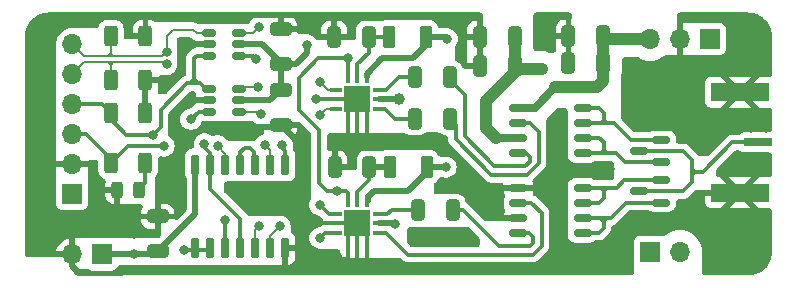
<source format=gbr>
%TF.GenerationSoftware,KiCad,Pcbnew,7.0.10*%
%TF.CreationDate,2024-02-11T10:45:53+07:00*%
%TF.ProjectId,PMOD-Pulser_update,504d4f44-2d50-4756-9c73-65725f757064,rev?*%
%TF.SameCoordinates,PX5e2ce30PY52bb330*%
%TF.FileFunction,Copper,L1,Top*%
%TF.FilePolarity,Positive*%
%FSLAX46Y46*%
G04 Gerber Fmt 4.6, Leading zero omitted, Abs format (unit mm)*
G04 Created by KiCad (PCBNEW 7.0.10) date 2024-02-11 10:45:53*
%MOMM*%
%LPD*%
G01*
G04 APERTURE LIST*
G04 Aperture macros list*
%AMRoundRect*
0 Rectangle with rounded corners*
0 $1 Rounding radius*
0 $2 $3 $4 $5 $6 $7 $8 $9 X,Y pos of 4 corners*
0 Add a 4 corners polygon primitive as box body*
4,1,4,$2,$3,$4,$5,$6,$7,$8,$9,$2,$3,0*
0 Add four circle primitives for the rounded corners*
1,1,$1+$1,$2,$3*
1,1,$1+$1,$4,$5*
1,1,$1+$1,$6,$7*
1,1,$1+$1,$8,$9*
0 Add four rect primitives between the rounded corners*
20,1,$1+$1,$2,$3,$4,$5,0*
20,1,$1+$1,$4,$5,$6,$7,0*
20,1,$1+$1,$6,$7,$8,$9,0*
20,1,$1+$1,$8,$9,$2,$3,0*%
G04 Aperture macros list end*
%TA.AperFunction,ComponentPad*%
%ADD10R,1.700000X1.700000*%
%TD*%
%TA.AperFunction,ComponentPad*%
%ADD11O,1.700000X1.700000*%
%TD*%
%TA.AperFunction,SMDPad,CuDef*%
%ADD12RoundRect,0.150000X0.450000X-0.150000X0.450000X0.150000X-0.450000X0.150000X-0.450000X-0.150000X0*%
%TD*%
%TA.AperFunction,SMDPad,CuDef*%
%ADD13RoundRect,0.250000X-0.325000X-0.650000X0.325000X-0.650000X0.325000X0.650000X-0.325000X0.650000X0*%
%TD*%
%TA.AperFunction,SMDPad,CuDef*%
%ADD14RoundRect,0.250000X-0.312500X-0.625000X0.312500X-0.625000X0.312500X0.625000X-0.312500X0.625000X0*%
%TD*%
%TA.AperFunction,SMDPad,CuDef*%
%ADD15RoundRect,0.150000X0.587500X0.150000X-0.587500X0.150000X-0.587500X-0.150000X0.587500X-0.150000X0*%
%TD*%
%TA.AperFunction,SMDPad,CuDef*%
%ADD16RoundRect,0.087500X0.462500X-0.087500X0.462500X0.087500X-0.462500X0.087500X-0.462500X-0.087500X0*%
%TD*%
%TA.AperFunction,SMDPad,CuDef*%
%ADD17RoundRect,0.087500X-0.087500X-0.462500X0.087500X-0.462500X0.087500X0.462500X-0.087500X0.462500X0*%
%TD*%
%TA.AperFunction,SMDPad,CuDef*%
%ADD18R,2.250000X2.250000*%
%TD*%
%TA.AperFunction,SMDPad,CuDef*%
%ADD19RoundRect,0.250000X0.650000X-0.325000X0.650000X0.325000X-0.650000X0.325000X-0.650000X-0.325000X0*%
%TD*%
%TA.AperFunction,SMDPad,CuDef*%
%ADD20R,2.350000X0.700000*%
%TD*%
%TA.AperFunction,SMDPad,CuDef*%
%ADD21R,4.900000X1.600000*%
%TD*%
%TA.AperFunction,SMDPad,CuDef*%
%ADD22RoundRect,0.250000X0.275000X0.700000X-0.275000X0.700000X-0.275000X-0.700000X0.275000X-0.700000X0*%
%TD*%
%TA.AperFunction,SMDPad,CuDef*%
%ADD23RoundRect,0.250000X-0.650000X0.325000X-0.650000X-0.325000X0.650000X-0.325000X0.650000X0.325000X0*%
%TD*%
%TA.AperFunction,SMDPad,CuDef*%
%ADD24RoundRect,0.162500X0.600000X-0.162500X0.600000X0.162500X-0.600000X0.162500X-0.600000X-0.162500X0*%
%TD*%
%TA.AperFunction,SMDPad,CuDef*%
%ADD25RoundRect,0.175000X0.175000X0.712500X-0.175000X0.712500X-0.175000X-0.712500X0.175000X-0.712500X0*%
%TD*%
%TA.AperFunction,SMDPad,CuDef*%
%ADD26RoundRect,0.243750X-0.243750X-0.456250X0.243750X-0.456250X0.243750X0.456250X-0.243750X0.456250X0*%
%TD*%
%TA.AperFunction,ViaPad*%
%ADD27C,0.800000*%
%TD*%
%TA.AperFunction,ViaPad*%
%ADD28C,1.000000*%
%TD*%
%TA.AperFunction,Conductor*%
%ADD29C,1.000000*%
%TD*%
%TA.AperFunction,Conductor*%
%ADD30C,0.500000*%
%TD*%
%TA.AperFunction,Conductor*%
%ADD31C,0.350000*%
%TD*%
%TA.AperFunction,Conductor*%
%ADD32C,0.400000*%
%TD*%
%TA.AperFunction,Conductor*%
%ADD33C,0.300000*%
%TD*%
%TA.AperFunction,Conductor*%
%ADD34C,0.200000*%
%TD*%
%TA.AperFunction,Conductor*%
%ADD35C,0.700000*%
%TD*%
%TA.AperFunction,Conductor*%
%ADD36C,0.650000*%
%TD*%
G04 APERTURE END LIST*
D10*
%TO.P,J4,1,Pin_1*%
%TO.N,OE*%
X58000000Y20000000D03*
D11*
%TO.P,J4,2,Pin_2*%
%TO.N,GND*%
X55460000Y20000000D03*
%TO.P,J4,3,Pin_3*%
%TO.N,-HV*%
X52920000Y20000000D03*
%TD*%
D12*
%TO.P,IC1,1,1A*%
%TO.N,P+*%
X15600000Y20500000D03*
%TO.P,IC1,2,GND*%
%TO.N,GND*%
X15600000Y19550000D03*
%TO.P,IC1,3,2A*%
%TO.N,Pdamp*%
X15600000Y18600000D03*
%TO.P,IC1,4,2Y*%
%TO.N,Net-(H1-2A)*%
X18100000Y18600000D03*
%TO.P,IC1,5,VCC*%
%TO.N,+5V*%
X18100000Y19550000D03*
%TO.P,IC1,6,1Y*%
%TO.N,Net-(H1-4A)*%
X18100000Y20500000D03*
%TD*%
D13*
%TO.P,C5,1*%
%TO.N,Net-(IC2-OUTB)*%
X33025000Y13250000D03*
%TO.P,C5,2*%
%TO.N,Net-(IC3-GN)*%
X35975000Y13250000D03*
%TD*%
D14*
%TO.P,R3,1*%
%TO.N,P-*%
X7287500Y16500000D03*
%TO.P,R3,2*%
%TO.N,GND*%
X10212500Y16500000D03*
%TD*%
D13*
%TO.P,C6,1*%
%TO.N,GND*%
X46025000Y18000000D03*
%TO.P,C6,2*%
%TO.N,-HV*%
X48975000Y18000000D03*
%TD*%
D15*
%TO.P,D2,1,K*%
%TO.N,Net-(IC6-DP_1)*%
X53875000Y6150000D03*
%TO.P,D2,2,A*%
%TO.N,Net-(D2-A)*%
X53875000Y8050000D03*
%TO.P,D2,3,K*%
%TO.N,Net-(D1-K-Pad3)*%
X52000000Y7100000D03*
%TD*%
D13*
%TO.P,C7,1*%
%TO.N,GND*%
X46025000Y20250000D03*
%TO.P,C7,2*%
%TO.N,-HV*%
X48975000Y20250000D03*
%TD*%
D16*
%TO.P,IC2,1,INA*%
%TO.N,PULSE+*%
X26300000Y15700000D03*
%TO.P,IC2,2,VL*%
%TO.N,GND*%
X26300000Y14900000D03*
%TO.P,IC2,3,INB*%
%TO.N,PULSE-*%
X26300000Y14100000D03*
D17*
%TO.P,IC2,4,GND_1*%
%TO.N,GND*%
X27350000Y13050000D03*
%TO.P,IC2,5,VSS1*%
X28150000Y13050000D03*
%TO.P,IC2,6,VSS2*%
X28950000Y13050000D03*
D16*
%TO.P,IC2,7,OUTB*%
%TO.N,Net-(IC2-OUTB)*%
X30000000Y14100000D03*
%TO.P,IC2,8,VH*%
%TO.N,+5V*%
X30000000Y14900000D03*
%TO.P,IC2,9,OUTA*%
%TO.N,Net-(IC2-OUTA)*%
X30000000Y15700000D03*
D17*
%TO.P,IC2,10,VDD2*%
%TO.N,+5V*%
X28950000Y16750000D03*
%TO.P,IC2,11,VDD1*%
%TO.N,Net-(IC2-VDD1)*%
X28150000Y16750000D03*
%TO.P,IC2,12,OE*%
%TO.N,OE*%
X27350000Y16750000D03*
D18*
%TO.P,IC2,13,GND_2*%
%TO.N,GND*%
X28150000Y14900000D03*
%TD*%
D15*
%TO.P,D1,1,K*%
%TO.N,Net-(IC3-DP_1)*%
X53875000Y9550000D03*
%TO.P,D1,2,A*%
%TO.N,Net-(D1-A)*%
X53875000Y11450000D03*
%TO.P,D1,3,K*%
%TO.N,Net-(D1-K-Pad3)*%
X52000000Y10500000D03*
%TD*%
D19*
%TO.P,C15,1*%
%TO.N,+5V*%
X21650000Y17875000D03*
%TO.P,C15,2*%
%TO.N,GND*%
X21650000Y20825000D03*
%TD*%
D20*
%TO.P,J1,1,1*%
%TO.N,Net-(D1-K-Pad3)*%
X62100000Y11250000D03*
D21*
%TO.P,J1,2,2*%
%TO.N,GND*%
X60525000Y7000000D03*
X60525000Y15500000D03*
%TD*%
D13*
%TO.P,C4,1*%
%TO.N,Net-(IC2-OUTA)*%
X33025000Y16750000D03*
%TO.P,C4,2*%
%TO.N,Net-(IC3-GP)*%
X35975000Y16750000D03*
%TD*%
D22*
%TO.P,FB2,1*%
%TO.N,+5V*%
X34025000Y9150000D03*
%TO.P,FB2,2*%
%TO.N,Net-(IC5-VDD1)*%
X30875000Y9150000D03*
%TD*%
%TO.P,FB1,1*%
%TO.N,+5V*%
X33975000Y20150000D03*
%TO.P,FB1,2*%
%TO.N,Net-(IC2-VDD1)*%
X30825000Y20150000D03*
%TD*%
D19*
%TO.P,C14,1*%
%TO.N,+5V*%
X11250000Y2025000D03*
%TO.P,C14,2*%
%TO.N,GND*%
X11250000Y4975000D03*
%TD*%
D10*
%TO.P,J6,1,Pin_1*%
%TO.N,+5V*%
X52920000Y2000000D03*
D11*
%TO.P,J6,2,Pin_2*%
%TO.N,+HV*%
X55460000Y2000000D03*
%TD*%
D14*
%TO.P,R2,1*%
%TO.N,P+*%
X7287500Y20250000D03*
%TO.P,R2,2*%
%TO.N,GND*%
X10212500Y20250000D03*
%TD*%
%TO.P,R4,1*%
%TO.N,Pdamp*%
X7287500Y13750000D03*
%TO.P,R4,2*%
%TO.N,GND*%
X10212500Y13750000D03*
%TD*%
D13*
%TO.P,C9,1*%
%TO.N,Net-(IC5-OUTA)*%
X33275000Y5500000D03*
%TO.P,C9,2*%
%TO.N,Net-(IC6-GP)*%
X36225000Y5500000D03*
%TD*%
D10*
%TO.P,J2,1,Pin_1*%
%TO.N,+5V*%
X6540000Y1800000D03*
D11*
%TO.P,J2,2,Pin_2*%
%TO.N,GND*%
X4000000Y1800000D03*
%TD*%
D13*
%TO.P,C2,1*%
%TO.N,GND*%
X38525000Y17750000D03*
%TO.P,C2,2*%
%TO.N,+HV*%
X41475000Y17750000D03*
%TD*%
D23*
%TO.P,C16,1*%
%TO.N,+5V*%
X21650000Y15675000D03*
%TO.P,C16,2*%
%TO.N,GND*%
X21650000Y12725000D03*
%TD*%
D24*
%TO.P,IC6,1,SN*%
%TO.N,GND*%
X41788000Y7405000D03*
%TO.P,IC6,2,GN*%
%TO.N,Net-(IC5-OUTB)*%
X41788000Y6135000D03*
%TO.P,IC6,3,SP*%
%TO.N,GND*%
X41788000Y4865000D03*
%TO.P,IC6,4,GP*%
%TO.N,Net-(IC6-GP)*%
X41788000Y3595000D03*
%TO.P,IC6,5,DP_1*%
%TO.N,Net-(IC6-DP_1)*%
X47212000Y3595000D03*
%TO.P,IC6,6,DP_2*%
X47212000Y4865000D03*
%TO.P,IC6,7,DN_1*%
%TO.N,Net-(D2-A)*%
X47212000Y6135000D03*
%TO.P,IC6,8,DN_2*%
X47212000Y7405000D03*
%TD*%
%TO.P,IC3,1,SN*%
%TO.N,-HV*%
X41788000Y14155000D03*
%TO.P,IC3,2,GN*%
%TO.N,Net-(IC3-GN)*%
X41788000Y12885000D03*
%TO.P,IC3,3,SP*%
%TO.N,+HV*%
X41788000Y11615000D03*
%TO.P,IC3,4,GP*%
%TO.N,Net-(IC3-GP)*%
X41788000Y10345000D03*
%TO.P,IC3,5,DP_1*%
%TO.N,Net-(IC3-DP_1)*%
X47212000Y10345000D03*
%TO.P,IC3,6,DP_2*%
X47212000Y11615000D03*
%TO.P,IC3,7,DN_1*%
%TO.N,Net-(D1-A)*%
X47212000Y12885000D03*
%TO.P,IC3,8,DN_2*%
X47212000Y14155000D03*
%TD*%
D13*
%TO.P,C8,1*%
%TO.N,GND*%
X26225000Y9150000D03*
%TO.P,C8,2*%
%TO.N,Net-(IC5-VDD1)*%
X29175000Y9150000D03*
%TD*%
D25*
%TO.P,H1,1,1A*%
%TO.N,Pdamp*%
X14440000Y2274000D03*
%TO.P,H1,2,1B*%
X15710000Y2274000D03*
%TO.P,H1,3,1Y*%
%TO.N,DAMP*%
X16980000Y2274000D03*
%TO.P,H1,4,2A*%
%TO.N,Net-(H1-2A)*%
X18250000Y2274000D03*
%TO.P,H1,5,2B*%
%TO.N,P+*%
X19520000Y2274000D03*
%TO.P,H1,6,2Y*%
%TO.N,PULSE+*%
X20790000Y2274000D03*
%TO.P,H1,7,GND*%
%TO.N,GND*%
X22060000Y2274000D03*
%TO.P,H1,8,3Y*%
%TO.N,_PULSE-*%
X22060000Y9350000D03*
%TO.P,H1,9,3A*%
%TO.N,P-*%
X20790000Y9350000D03*
%TO.P,H1,10,3B*%
%TO.N,Net-(H1-3B)*%
X19520000Y9350000D03*
%TO.P,H1,11,4Y*%
X18250000Y9350000D03*
%TO.P,H1,12,4A*%
%TO.N,Net-(H1-4A)*%
X16980000Y9350000D03*
%TO.P,H1,13,4B*%
%TO.N,Net-(H1-2A)*%
X15710000Y9350000D03*
%TO.P,H1,14,VCC*%
%TO.N,+5V*%
X14440000Y9350000D03*
%TD*%
D13*
%TO.P,C3,1*%
%TO.N,GND*%
X38525000Y20150000D03*
%TO.P,C3,2*%
%TO.N,+HV*%
X41475000Y20150000D03*
%TD*%
D14*
%TO.P,R1,1*%
%TO.N,OE*%
X7287500Y9500000D03*
%TO.P,R1,2*%
%TO.N,Net-(D3-A)*%
X10212500Y9500000D03*
%TD*%
D26*
%TO.P,D3,1,K*%
%TO.N,GND*%
X7812500Y7250000D03*
%TO.P,D3,2,A*%
%TO.N,Net-(D3-A)*%
X9687500Y7250000D03*
%TD*%
D10*
%TO.P,J3,1,Pin_1*%
%TO.N,+3.3V*%
X4000000Y6880000D03*
D11*
%TO.P,J3,2,Pin_2*%
%TO.N,GND*%
X4000000Y9420000D03*
%TO.P,J3,3,Pin_3*%
%TO.N,OE*%
X4000000Y11960000D03*
%TO.P,J3,4,Pin_4*%
%TO.N,Pdamp*%
X4000000Y14500000D03*
%TO.P,J3,5,Pin_5*%
%TO.N,P-*%
X4000000Y17040000D03*
%TO.P,J3,6,Pin_6*%
%TO.N,P+*%
X4000000Y19580000D03*
%TD*%
D13*
%TO.P,C1,1*%
%TO.N,GND*%
X26175000Y20150000D03*
%TO.P,C1,2*%
%TO.N,Net-(IC2-VDD1)*%
X29125000Y20150000D03*
%TD*%
D12*
%TO.P,IC4,1,1A*%
%TO.N,Pdamp*%
X15600000Y15750000D03*
%TO.P,IC4,2,GND*%
%TO.N,GND*%
X15600000Y14800000D03*
%TO.P,IC4,3,2A*%
%TO.N,_PULSE-*%
X15600000Y13850000D03*
%TO.P,IC4,4,2Y*%
%TO.N,PULSE-*%
X18100000Y13850000D03*
%TO.P,IC4,5,VCC*%
%TO.N,+5V*%
X18100000Y14800000D03*
%TO.P,IC4,6,1Y*%
%TO.N,~{DAMP}*%
X18100000Y15750000D03*
%TD*%
D16*
%TO.P,IC5,1,INA*%
%TO.N,DAMP*%
X26300000Y5200000D03*
%TO.P,IC5,2,VL*%
%TO.N,GND*%
X26300000Y4400000D03*
%TO.P,IC5,3,INB*%
%TO.N,~{DAMP}*%
X26300000Y3600000D03*
D17*
%TO.P,IC5,4,GND_1*%
%TO.N,GND*%
X27350000Y2550000D03*
%TO.P,IC5,5,VSS1*%
X28150000Y2550000D03*
%TO.P,IC5,6,VSS2*%
X28950000Y2550000D03*
D16*
%TO.P,IC5,7,OUTB*%
%TO.N,Net-(IC5-OUTB)*%
X30000000Y3600000D03*
%TO.P,IC5,8,VH*%
%TO.N,+5V*%
X30000000Y4400000D03*
%TO.P,IC5,9,OUTA*%
%TO.N,Net-(IC5-OUTA)*%
X30000000Y5200000D03*
D17*
%TO.P,IC5,10,VDD2*%
%TO.N,+5V*%
X28950000Y6250000D03*
%TO.P,IC5,11,VDD1*%
%TO.N,Net-(IC5-VDD1)*%
X28150000Y6250000D03*
%TO.P,IC5,12,OE*%
%TO.N,OE*%
X27350000Y6250000D03*
D18*
%TO.P,IC5,13,GND_2*%
%TO.N,GND*%
X28150000Y4400000D03*
%TD*%
D27*
%TO.N,GND*%
X51050000Y2000000D03*
X49500000Y9000000D03*
X62750000Y8750000D03*
X62750000Y17500000D03*
X51000000Y16750000D03*
X27750000Y11250000D03*
X43500000Y20250000D03*
X17250000Y7500000D03*
X57000000Y16750000D03*
X13000000Y8250000D03*
X45250000Y3250000D03*
X60250000Y750000D03*
X28750000Y5000000D03*
X28750000Y14250000D03*
X18750000Y6000000D03*
X61500000Y8750000D03*
X31000000Y11250000D03*
X62750000Y12500000D03*
X44500000Y19250000D03*
X45250000Y13750000D03*
X35250000Y7500000D03*
X61500000Y12500000D03*
X29750000Y11250000D03*
X13000000Y6250000D03*
X11750000Y15750000D03*
X61500000Y17500000D03*
X23500000Y4000000D03*
X60250000Y12500000D03*
X45250000Y12750000D03*
X62750000Y5000000D03*
X57250000Y10500000D03*
X52000000Y13000000D03*
X38000000Y2900000D03*
X34000000Y3000000D03*
X37000000Y9500000D03*
X12750000Y13750000D03*
X60250000Y10000000D03*
X13000000Y7250000D03*
X54000000Y16750000D03*
X61500000Y750000D03*
X45250000Y11750000D03*
X48000000Y2000000D03*
X38000000Y6500000D03*
X43500000Y7500000D03*
X61500000Y5000000D03*
X34500000Y11250000D03*
X54000000Y13000000D03*
X57750000Y5000000D03*
X62750000Y10000000D03*
X33500000Y11250000D03*
X55500000Y16750000D03*
X57000000Y12500000D03*
X18000000Y6750000D03*
X32750000Y3000000D03*
X37000000Y7600000D03*
X28750000Y15500000D03*
X46500000Y2000000D03*
X52500000Y16750000D03*
X44250000Y6750000D03*
X12750000Y16750000D03*
X55500000Y12250000D03*
X60250000Y5000000D03*
X58250000Y11250000D03*
X23500000Y7000000D03*
X57000000Y13750000D03*
X59000000Y5000000D03*
X14050000Y19600000D03*
X51000000Y13750000D03*
X51000000Y15250000D03*
X38000000Y8500000D03*
X59000000Y8750000D03*
X48000000Y9000000D03*
X23500000Y6000000D03*
X51000000Y3750000D03*
X60250000Y8750000D03*
X23500000Y5000000D03*
X57000000Y15250000D03*
X39750000Y6500000D03*
X27500000Y3750000D03*
X27500000Y5000000D03*
X45250000Y2000000D03*
X28750000Y3750000D03*
X59000000Y750000D03*
X9250000Y5500000D03*
X26000000Y11250000D03*
X45250000Y4500000D03*
X56750000Y6500000D03*
X36750000Y2900000D03*
X27500000Y14250000D03*
X9250000Y3500000D03*
X57750000Y750000D03*
X14050000Y14800000D03*
X61500000Y10000000D03*
X37000000Y18500000D03*
X62750000Y1500000D03*
X13000000Y9250000D03*
X24650000Y14900000D03*
X59000000Y12250000D03*
X56250000Y11500000D03*
X18750000Y7500000D03*
X27500000Y15500000D03*
X49500000Y2000000D03*
X45250000Y5750000D03*
%TO.N,+5V*%
X31375000Y4350000D03*
X35750000Y20000000D03*
X23900000Y19500000D03*
X9250000Y1800000D03*
D28*
X31650000Y14900000D03*
D27*
X35650000Y9150000D03*
%TO.N,Pdamp*%
X13450000Y2150000D03*
X10862500Y11862500D03*
%TO.N,DAMP*%
X24975000Y5950000D03*
X16950000Y4650000D03*
%TO.N,Net-(H1-2A)*%
X19600000Y18300000D03*
X15200000Y11100000D03*
%TO.N,P+*%
X19850000Y4150000D03*
X12000000Y18900000D03*
%TO.N,PULSE+*%
X21600000Y4150000D03*
X24975000Y16350000D03*
%TO.N,_PULSE-*%
X14050000Y13200000D03*
X21775000Y11025000D03*
%TO.N,P-*%
X12000000Y17850000D03*
X20350000Y11025000D03*
%TO.N,Net-(H1-4A)*%
X16312500Y10962500D03*
X19850000Y21050000D03*
%TO.N,PULSE-*%
X19975000Y13650000D03*
X24975000Y13550000D03*
%TO.N,OE*%
X26450000Y7150000D03*
X11775000Y10950000D03*
X27350000Y18400000D03*
%TO.N,~{DAMP}*%
X19700000Y15950000D03*
X24975000Y3150000D03*
%TO.N,+HV*%
X43750000Y17450000D03*
X42750000Y17450000D03*
%TD*%
D29*
%TO.N,-HV*%
X49225000Y20000000D02*
X48975000Y20250000D01*
X52920000Y20000000D02*
X49225000Y20000000D01*
D30*
%TO.N,GND*%
X27350000Y3600000D02*
X28125000Y4375000D01*
D31*
X28950000Y2550000D02*
X28950000Y1000000D01*
X27350000Y13050000D02*
X27350000Y11500000D01*
X26300000Y4400000D02*
X24625000Y4400000D01*
X28950000Y2550000D02*
X28950000Y3600000D01*
D30*
X20300000Y22000000D02*
X18800000Y22000000D01*
X10212500Y16500000D02*
X10212500Y13750000D01*
X21650000Y21950000D02*
X21700000Y22000000D01*
D31*
X28950000Y13050000D02*
X28950000Y14100000D01*
D30*
X21725000Y12725000D02*
X23400000Y11050000D01*
X23900000Y22000000D02*
X24050000Y21850000D01*
D31*
X28150000Y2550000D02*
X28150000Y1000000D01*
D32*
X4500000Y200000D02*
X8140000Y200000D01*
D33*
X37000000Y18750000D02*
X37125000Y18750000D01*
D31*
X27350000Y2550000D02*
X27350000Y3600000D01*
D30*
X44250000Y20250000D02*
X46025000Y20250000D01*
X21650000Y12725000D02*
X21725000Y12725000D01*
X20300000Y22000000D02*
X23900000Y22000000D01*
X21650000Y20825000D02*
X21650000Y21950000D01*
D33*
X24625000Y4400000D02*
X24575000Y4350000D01*
D31*
X28150000Y13050000D02*
X28150000Y14100000D01*
X27350000Y2550000D02*
X27350000Y1000000D01*
D33*
X14100000Y19550000D02*
X14050000Y19600000D01*
D30*
X60525000Y7000000D02*
X57250000Y7000000D01*
X4000000Y750000D02*
X4500000Y250000D01*
D31*
X27350000Y13050000D02*
X27350000Y14100000D01*
X28150000Y13050000D02*
X28150000Y11500000D01*
D30*
X21337500Y12550000D02*
X18962500Y12550000D01*
X21700000Y22000000D02*
X20300000Y22000000D01*
X18800000Y22000000D02*
X18700000Y21900000D01*
D31*
X27550000Y4400000D02*
X26500000Y4400000D01*
D30*
X4000000Y1800000D02*
X4000000Y750000D01*
D31*
X26300000Y14900000D02*
X27350000Y14900000D01*
X28150000Y2550000D02*
X28150000Y3600000D01*
D30*
X15600000Y14800000D02*
X14050000Y14800000D01*
D31*
X26300000Y14900000D02*
X24650000Y14900000D01*
D30*
X57250000Y7000000D02*
X56750000Y6500000D01*
D31*
X28950000Y13050000D02*
X28950000Y11500000D01*
D33*
X41788000Y4865000D02*
X41385000Y4865000D01*
D30*
X28125000Y4375000D02*
X28150000Y4400000D01*
X15600000Y19550000D02*
X14100000Y19550000D01*
D31*
%TO.N,Net-(IC2-VDD1)*%
X28150000Y16750000D02*
X28150000Y17850000D01*
X28150000Y17850000D02*
X29125000Y18825000D01*
X29125000Y18825000D02*
X29125000Y20150000D01*
D33*
X29125000Y20150000D02*
X30825000Y20150000D01*
D30*
%TO.N,+5V*%
X33975000Y19475000D02*
X32850000Y18350000D01*
X18100000Y14800000D02*
X20775000Y14800000D01*
X11025000Y1800000D02*
X11250000Y2025000D01*
X21650000Y17875000D02*
X21650000Y15675000D01*
X9250000Y1800000D02*
X6540000Y1800000D01*
X29575000Y7150000D02*
X29075000Y6650000D01*
X32400000Y7150000D02*
X29575000Y7150000D01*
X20775000Y14800000D02*
X21650000Y15675000D01*
X20100000Y19550000D02*
X18100000Y19550000D01*
X28950000Y17050000D02*
X28950000Y16775000D01*
X35600000Y20150000D02*
X33975000Y20150000D01*
X21650000Y17875000D02*
X21650000Y18000000D01*
X11275000Y2025000D02*
X14440000Y5190000D01*
X34025000Y8775000D02*
X32400000Y7150000D01*
X14440000Y5190000D02*
X14440000Y9350000D01*
X23900000Y18800000D02*
X22975000Y17875000D01*
X34025000Y9150000D02*
X34025000Y8775000D01*
X33975000Y20150000D02*
X33975000Y19475000D01*
X30000000Y4400000D02*
X31325000Y4400000D01*
X23900000Y19500000D02*
X23900000Y18800000D01*
X30000000Y14900000D02*
X31650000Y14900000D01*
X9250000Y1800000D02*
X11025000Y1800000D01*
X30250000Y18350000D02*
X28950000Y17050000D01*
X11250000Y2025000D02*
X11275000Y2025000D01*
X6540000Y1800000D02*
X6815000Y2075000D01*
X35750000Y20000000D02*
X35600000Y20150000D01*
X29075000Y6650000D02*
X29075000Y6250000D01*
X32850000Y18350000D02*
X30250000Y18350000D01*
X34025000Y9150000D02*
X35650000Y9150000D01*
X21650000Y18000000D02*
X20100000Y19550000D01*
X31325000Y4400000D02*
X31375000Y4350000D01*
X22975000Y17875000D02*
X21650000Y17875000D01*
D33*
%TO.N,Net-(IC2-OUTA)*%
X30000000Y15700000D02*
X30600000Y15700000D01*
X30600000Y15700000D02*
X31650000Y16750000D01*
X31650000Y16750000D02*
X33025000Y16750000D01*
%TO.N,Net-(IC3-GP)*%
X42750000Y10000000D02*
X42750000Y9625000D01*
X42405000Y10345000D02*
X42750000Y10000000D01*
X42375000Y9250000D02*
X39750000Y9250000D01*
X39750000Y9250000D02*
X37250000Y11750000D01*
X41788000Y10345000D02*
X42405000Y10345000D01*
X35975000Y16525000D02*
X35975000Y16750000D01*
X42750000Y9625000D02*
X42375000Y9250000D01*
X37250000Y15250000D02*
X35975000Y16525000D01*
X37250000Y11750000D02*
X37250000Y15250000D01*
%TO.N,Net-(IC2-OUTB)*%
X31350000Y13250000D02*
X33025000Y13250000D01*
X30500000Y14100000D02*
X31350000Y13250000D01*
X30000000Y14100000D02*
X30500000Y14100000D01*
%TO.N,Net-(IC3-GN)*%
X36500000Y11500000D02*
X36500000Y12725000D01*
X43500000Y12125000D02*
X43500000Y9500000D01*
X43500000Y9500000D02*
X42500000Y8500000D01*
X42500000Y8500000D02*
X39500000Y8500000D01*
X39500000Y8500000D02*
X36500000Y11500000D01*
X36500000Y12725000D02*
X35975000Y13250000D01*
X41788000Y12885000D02*
X42740000Y12885000D01*
X42740000Y12885000D02*
X43500000Y12125000D01*
%TO.N,Net-(IC5-VDD1)*%
X28150000Y7025000D02*
X29175000Y8050000D01*
D30*
X29175000Y9150000D02*
X30875000Y9150000D01*
D33*
X29175000Y8050000D02*
X29175000Y9150000D01*
X28150000Y6250000D02*
X28150000Y7025000D01*
%TO.N,Net-(IC5-OUTA)*%
X31050000Y5550000D02*
X33225000Y5550000D01*
X30000000Y5200000D02*
X30700000Y5200000D01*
X30700000Y5200000D02*
X31050000Y5550000D01*
X33225000Y5550000D02*
X33275000Y5500000D01*
%TO.N,Net-(IC6-GP)*%
X42655000Y3595000D02*
X43000000Y3250000D01*
X43000000Y3250000D02*
X43000000Y2750000D01*
X43000000Y2750000D02*
X42750000Y2500000D01*
X37100000Y5500000D02*
X36225000Y5500000D01*
X41788000Y3595000D02*
X42655000Y3595000D01*
X40100000Y2500000D02*
X37100000Y5500000D01*
X42750000Y2500000D02*
X40100000Y2500000D01*
%TO.N,Net-(IC3-DP_1)*%
X53875000Y9550000D02*
X50850000Y9550000D01*
X50055000Y10345000D02*
X49250000Y10345000D01*
X49000000Y10595000D02*
X48750000Y10345000D01*
X49250000Y10345000D02*
X49000000Y10345000D01*
X49000000Y10595000D02*
X49250000Y10345000D01*
X48750000Y10345000D02*
X47212000Y10345000D01*
X48635000Y11615000D02*
X49000000Y11250000D01*
X49000000Y10750000D02*
X49000000Y10595000D01*
X49000000Y10345000D02*
X48750000Y10345000D01*
X49000000Y10750000D02*
X49000000Y10345000D01*
X50850000Y9550000D02*
X50055000Y10345000D01*
X47212000Y11615000D02*
X48635000Y11615000D01*
X49000000Y11250000D02*
X49000000Y10750000D01*
%TO.N,Net-(D1-A)*%
X49250000Y12885000D02*
X49000000Y12885000D01*
X49000000Y13135000D02*
X48750000Y12885000D01*
X48750000Y12885000D02*
X47212000Y12885000D01*
X49000000Y13250000D02*
X49000000Y12885000D01*
X49000000Y13750000D02*
X49000000Y13250000D01*
X53875000Y11450000D02*
X51300000Y11450000D01*
X47212000Y14155000D02*
X48595000Y14155000D01*
X49865000Y12885000D02*
X49250000Y12885000D01*
X49000000Y12885000D02*
X48750000Y12885000D01*
X51300000Y11450000D02*
X49865000Y12885000D01*
X48595000Y14155000D02*
X49000000Y13750000D01*
X49000000Y13135000D02*
X49250000Y12885000D01*
X49000000Y13250000D02*
X49000000Y13135000D01*
%TO.N,Net-(D1-K-Pad3)*%
X56750000Y8750000D02*
X56500000Y9000000D01*
X59900000Y11250000D02*
X62100000Y11250000D01*
X55725000Y7100000D02*
X56500000Y7875000D01*
X56500000Y9000000D02*
X56500000Y9750000D01*
X56500000Y8500000D02*
X56500000Y9000000D01*
X56750000Y8750000D02*
X57400000Y8750000D01*
X55750000Y10500000D02*
X52000000Y10500000D01*
X56500000Y8750000D02*
X56750000Y8750000D01*
X56750000Y8750000D02*
X56500000Y8500000D01*
X52000000Y7100000D02*
X55725000Y7100000D01*
X57400000Y8750000D02*
X59900000Y11250000D01*
X56500000Y7875000D02*
X56500000Y8500000D01*
X56500000Y9750000D02*
X55750000Y10500000D01*
%TO.N,Net-(IC6-DP_1)*%
X49300000Y4850000D02*
X49000000Y4550000D01*
X49000000Y4865000D02*
X49300000Y4865000D01*
X49300000Y4865000D02*
X49615000Y4865000D01*
X49300000Y4865000D02*
X49300000Y4850000D01*
X49615000Y4865000D02*
X50900000Y6150000D01*
X47212000Y4865000D02*
X48700000Y4865000D01*
X49000000Y4550000D02*
X49000000Y4865000D01*
X48700000Y4850000D02*
X49000000Y4550000D01*
X48700000Y4865000D02*
X49000000Y4865000D01*
X48700000Y4865000D02*
X48700000Y4850000D01*
X48595000Y3595000D02*
X49000000Y4000000D01*
X47212000Y3595000D02*
X48595000Y3595000D01*
X49000000Y4000000D02*
X49000000Y4550000D01*
X50900000Y6150000D02*
X53875000Y6150000D01*
%TO.N,Net-(D2-A)*%
X49000000Y7000000D02*
X49000000Y7155000D01*
X49250000Y7405000D02*
X49000000Y7405000D01*
X49000000Y7405000D02*
X48750000Y7405000D01*
X49000000Y6500000D02*
X49000000Y7000000D01*
X48750000Y7405000D02*
X47212000Y7405000D01*
X50105000Y7405000D02*
X49250000Y7405000D01*
X53875000Y8050000D02*
X50750000Y8050000D01*
X47212000Y6135000D02*
X48635000Y6135000D01*
X49000000Y7000000D02*
X49000000Y7405000D01*
X49000000Y7155000D02*
X48750000Y7405000D01*
X48635000Y6135000D02*
X49000000Y6500000D01*
X49000000Y7155000D02*
X49250000Y7405000D01*
X50750000Y8050000D02*
X50105000Y7405000D01*
%TO.N,Net-(D3-A)*%
X10212500Y7775000D02*
X10212500Y9500000D01*
X9687500Y7250000D02*
X10212500Y7775000D01*
%TO.N,Pdamp*%
X14300000Y16700000D02*
X14300000Y16600000D01*
X14650000Y16250000D02*
X14300000Y16250000D01*
X10862500Y11875000D02*
X11500000Y12512500D01*
X10825000Y11900000D02*
X8600000Y11900000D01*
X4000000Y14500000D02*
X6537500Y14500000D01*
X13450000Y2150000D02*
X14316000Y2150000D01*
X7287500Y13212500D02*
X7287500Y13750000D01*
X15600000Y18600000D02*
X14550000Y18600000D01*
X14550000Y18600000D02*
X14300000Y18350000D01*
X10862500Y11862500D02*
X10862500Y11875000D01*
X14316000Y2150000D02*
X14440000Y2274000D01*
X14300000Y16700000D02*
X14300000Y16250000D01*
X8600000Y11900000D02*
X7287500Y13212500D01*
X13450000Y2150000D02*
X15586000Y2150000D01*
X14300000Y18350000D02*
X14300000Y16700000D01*
X15586000Y2150000D02*
X15710000Y2274000D01*
X10862500Y11862500D02*
X10825000Y11900000D01*
X11500000Y14000000D02*
X13750000Y16250000D01*
X15300000Y15750000D02*
X14800000Y16250000D01*
X13750000Y16250000D02*
X13950000Y16250000D01*
X15600000Y15750000D02*
X15300000Y15750000D01*
X14300000Y16600000D02*
X14650000Y16250000D01*
X14800000Y16250000D02*
X14650000Y16250000D01*
X14300000Y16600000D02*
X13950000Y16250000D01*
X11500000Y12512500D02*
X11500000Y14000000D01*
X6537500Y14500000D02*
X7287500Y13750000D01*
X13950000Y16250000D02*
X14300000Y16250000D01*
%TO.N,DAMP*%
X25725000Y5200000D02*
X26300000Y5200000D01*
X16998000Y2292000D02*
X16980000Y2274000D01*
X16950000Y4650000D02*
X16950000Y2304000D01*
X16950000Y2304000D02*
X16980000Y2274000D01*
X24975000Y5950000D02*
X25725000Y5200000D01*
%TO.N,Net-(H1-2A)*%
X15200000Y11100000D02*
X15200000Y10850000D01*
X19600000Y18300000D02*
X19300000Y18600000D01*
X18250000Y4750000D02*
X15710000Y7290000D01*
X18250000Y2274000D02*
X18250000Y4750000D01*
X15710000Y7290000D02*
X15710000Y9350000D01*
X15200000Y10850000D02*
X15710000Y10340000D01*
X19300000Y18600000D02*
X18100000Y18600000D01*
X15710000Y10340000D02*
X15710000Y9350000D01*
D34*
%TO.N,P+*%
X19520000Y2274000D02*
X19520000Y3820000D01*
X11635000Y18535000D02*
X7500000Y18535000D01*
X7287500Y18750000D02*
X7287500Y18822500D01*
X19520000Y3820000D02*
X19850000Y4150000D01*
X7500000Y18537500D02*
X7500000Y18535000D01*
X12000000Y18900000D02*
X12000000Y20250000D01*
X7500000Y18535000D02*
X7250000Y18535000D01*
X7287500Y18572500D02*
X7250000Y18535000D01*
X12550000Y20800000D02*
X14250000Y20800000D01*
X7287500Y18750000D02*
X7287500Y18572500D01*
X12000000Y20250000D02*
X12550000Y20800000D01*
X14550000Y20500000D02*
X15600000Y20500000D01*
X4000000Y19580000D02*
X5045000Y18535000D01*
X7287500Y18822500D02*
X7000000Y18535000D01*
X7287500Y18750000D02*
X7500000Y18537500D01*
X5045000Y18535000D02*
X7000000Y18535000D01*
X7287500Y20250000D02*
X7287500Y18750000D01*
X12000000Y18900000D02*
X11635000Y18535000D01*
X14250000Y20800000D02*
X14550000Y20500000D01*
X7000000Y18535000D02*
X7250000Y18535000D01*
%TO.N,PULSE+*%
X25625000Y15700000D02*
X26300000Y15700000D01*
X24975000Y16350000D02*
X25625000Y15700000D01*
X21600000Y4150000D02*
X20790000Y3340000D01*
X20790000Y3340000D02*
X20790000Y2274000D01*
D33*
%TO.N,_PULSE-*%
X22060000Y10560000D02*
X22060000Y9350000D01*
X21775000Y10845000D02*
X22060000Y10560000D01*
X14700000Y13850000D02*
X14050000Y13200000D01*
X15600000Y13850000D02*
X14700000Y13850000D01*
X21775000Y11025000D02*
X21775000Y10845000D01*
D34*
X21920000Y9350000D02*
X21960000Y9390000D01*
%TO.N,P-*%
X7250000Y17835000D02*
X7000000Y18085000D01*
X11765000Y18085000D02*
X7500000Y18085000D01*
X7500000Y18085000D02*
X7250000Y18085000D01*
X12000000Y17850000D02*
X11765000Y18085000D01*
X7000000Y18085000D02*
X7250000Y18085000D01*
X7250000Y16537500D02*
X7287500Y16500000D01*
X4000000Y17040000D02*
X5045000Y18085000D01*
X7250000Y17835000D02*
X7500000Y18085000D01*
X5045000Y18085000D02*
X7000000Y18085000D01*
X20350000Y11025000D02*
X20790000Y10585000D01*
X7250000Y18085000D02*
X7250000Y17750000D01*
X20790000Y10585000D02*
X20790000Y9350000D01*
X7250000Y17750000D02*
X7250000Y16537500D01*
X7250000Y17750000D02*
X7250000Y17835000D01*
D33*
%TO.N,Net-(H1-3B)*%
X19440000Y9430000D02*
X19440000Y10410000D01*
X19100000Y10750000D02*
X18600000Y10750000D01*
X18250000Y10400000D02*
X18250000Y9350000D01*
X19520000Y9350000D02*
X19440000Y9430000D01*
X19440000Y10410000D02*
X19100000Y10750000D01*
X18600000Y10750000D02*
X18250000Y10400000D01*
D34*
%TO.N,Net-(H1-4A)*%
X19850000Y21050000D02*
X19300000Y20500000D01*
X19300000Y20500000D02*
X18100000Y20500000D01*
X16980000Y10295000D02*
X16980000Y9350000D01*
X16312500Y10962500D02*
X16980000Y10295000D01*
%TO.N,PULSE-*%
X25525000Y14100000D02*
X26300000Y14100000D01*
X18150000Y13800000D02*
X18100000Y13850000D01*
X24975000Y13550000D02*
X25525000Y14100000D01*
X19975000Y13650000D02*
X19825000Y13800000D01*
X19825000Y13800000D02*
X18150000Y13800000D01*
D33*
%TO.N,OE*%
X8737500Y10950000D02*
X7287500Y9500000D01*
X24900000Y7850000D02*
X25600000Y7150000D01*
X23200000Y14000000D02*
X24900000Y12300000D01*
X27350000Y6950000D02*
X27350000Y6250000D01*
X26450000Y7150000D02*
X27150000Y7150000D01*
X23200000Y16700000D02*
X23200000Y14000000D01*
X27350000Y18400000D02*
X27350000Y16750000D01*
X11775000Y10950000D02*
X8737500Y10950000D01*
X27300000Y18350000D02*
X24850000Y18350000D01*
X7287500Y9812500D02*
X7287500Y9500000D01*
X27350000Y18400000D02*
X27300000Y18350000D01*
X24900000Y12300000D02*
X24900000Y7850000D01*
X25600000Y7150000D02*
X26450000Y7150000D01*
X5140000Y11960000D02*
X7287500Y9812500D01*
X27150000Y7150000D02*
X27350000Y6950000D01*
X24850000Y18350000D02*
X23200000Y16700000D01*
X4000000Y11960000D02*
X5140000Y11960000D01*
D34*
%TO.N,~{DAMP}*%
X19700000Y15950000D02*
X18300000Y15950000D01*
D33*
X25425000Y3600000D02*
X26300000Y3600000D01*
D34*
X18300000Y15950000D02*
X18100000Y15750000D01*
D33*
X24975000Y3150000D02*
X25425000Y3600000D01*
%TO.N,Net-(IC5-OUTB)*%
X42865000Y6135000D02*
X43750000Y5250000D01*
X43750000Y5250000D02*
X43750000Y2500000D01*
X30600000Y3600000D02*
X30000000Y3600000D01*
X41788000Y6135000D02*
X42865000Y6135000D01*
X43000000Y1750000D02*
X32450000Y1750000D01*
X32450000Y1750000D02*
X30600000Y3600000D01*
X43750000Y2500000D02*
X43000000Y1750000D01*
D29*
%TO.N,-HV*%
X48975000Y18000000D02*
X48975000Y16475000D01*
X48975000Y16475000D02*
X48400000Y15900000D01*
D35*
X44900000Y15900000D02*
X43155000Y14155000D01*
D29*
X48975000Y20250000D02*
X48975000Y18000000D01*
D30*
X42905000Y14155000D02*
X41788000Y14155000D01*
D36*
X43155000Y14155000D02*
X41788000Y14155000D01*
D29*
X48400000Y15900000D02*
X44900000Y15900000D01*
D36*
%TO.N,+HV*%
X39885000Y11615000D02*
X41788000Y11615000D01*
D29*
X43750000Y17450000D02*
X43700000Y17500000D01*
X43700000Y17500000D02*
X41725000Y17500000D01*
X41475000Y17750000D02*
X41475000Y20150000D01*
X39000000Y14750000D02*
X41475000Y17225000D01*
D30*
X41725000Y17500000D02*
X41475000Y17750000D01*
X41475000Y17225000D02*
X41475000Y20150000D01*
D29*
X42450000Y17500000D02*
X41725000Y17500000D01*
X39000000Y12500000D02*
X39000000Y14750000D01*
X39000000Y12500000D02*
X39885000Y11615000D01*
%TD*%
%TA.AperFunction,Conductor*%
%TO.N,GND*%
G36*
X5506388Y484303D02*
G01*
X5510410Y482803D01*
X5593068Y431746D01*
X5649895Y352945D01*
X5672241Y258394D01*
X5656703Y162490D01*
X5605646Y79832D01*
X5526845Y23005D01*
X5432294Y659D01*
X5423400Y500D01*
X4391516Y500D01*
X4296228Y19454D01*
X4215446Y73430D01*
X4161470Y154212D01*
X4142516Y249500D01*
X4161470Y344788D01*
X4215446Y425570D01*
X4296228Y479546D01*
X4327069Y490015D01*
X4332667Y491515D01*
X4397114Y500000D01*
X5419378Y500000D01*
X5506388Y484303D01*
G37*
%TD.AperFunction*%
%TA.AperFunction,Conductor*%
G36*
X45796288Y14131046D02*
G01*
X45877070Y14077070D01*
X45931046Y13996288D01*
X45950000Y13901000D01*
X45950000Y13123385D01*
X45949244Y13106730D01*
X45949256Y13106729D01*
X45949000Y13101083D01*
X45949000Y12668899D01*
X45949256Y12663274D01*
X45949245Y12663274D01*
X45950000Y12646625D01*
X45950000Y11853385D01*
X45949244Y11836730D01*
X45949256Y11836729D01*
X45949000Y11831083D01*
X45949000Y11398899D01*
X45949256Y11393274D01*
X45949245Y11393274D01*
X45950000Y11376625D01*
X45950000Y10583385D01*
X45949244Y10566730D01*
X45949256Y10566729D01*
X45949000Y10561083D01*
X45949000Y10128906D01*
X45955069Y10062115D01*
X45999354Y9920000D01*
X46002969Y9908398D01*
X46086264Y9770612D01*
X46200112Y9656764D01*
X46337898Y9573469D01*
X46491613Y9525570D01*
X46558409Y9519500D01*
X47865590Y9519501D01*
X47932387Y9525570D01*
X48086102Y9573469D01*
X48223888Y9656764D01*
X48223889Y9656766D01*
X48226906Y9658589D01*
X48318257Y9691665D01*
X48355724Y9694500D01*
X48652643Y9694500D01*
X48676072Y9693395D01*
X48688292Y9692241D01*
X48688296Y9692240D01*
X48756289Y9694378D01*
X48764111Y9694500D01*
X48914974Y9694500D01*
X48950298Y9691162D01*
X48958822Y9690626D01*
X48958830Y9690624D01*
X49009095Y9693787D01*
X49012634Y9694009D01*
X49028267Y9694500D01*
X49167823Y9694500D01*
X49179213Y9694500D01*
X49218166Y9691435D01*
X49229405Y9689654D01*
X49267016Y9693210D01*
X49268981Y9693395D01*
X49292413Y9694500D01*
X49651000Y9694500D01*
X49746288Y9675546D01*
X49827070Y9621570D01*
X49881046Y9540788D01*
X49900000Y9445500D01*
X49900000Y8304500D01*
X49881046Y8209212D01*
X49827070Y8128430D01*
X49746288Y8074454D01*
X49651000Y8055500D01*
X49347356Y8055500D01*
X49323927Y8056605D01*
X49311706Y8057760D01*
X49311703Y8057760D01*
X49243710Y8055623D01*
X49235888Y8055500D01*
X49085026Y8055500D01*
X49049701Y8058839D01*
X49041170Y8059376D01*
X48987366Y8055991D01*
X48971733Y8055500D01*
X48820794Y8055500D01*
X48781839Y8058566D01*
X48780115Y8058839D01*
X48770595Y8060347D01*
X48731011Y8056605D01*
X48707578Y8055500D01*
X48355724Y8055500D01*
X48260436Y8074454D01*
X48226906Y8091411D01*
X48223889Y8093235D01*
X48223888Y8093236D01*
X48118301Y8157066D01*
X48086101Y8176532D01*
X48086098Y8176533D01*
X47932387Y8224430D01*
X47932380Y8224431D01*
X47865594Y8230500D01*
X46558420Y8230500D01*
X46558390Y8230498D01*
X46491614Y8224431D01*
X46337899Y8176532D01*
X46337898Y8176531D01*
X46200113Y8093237D01*
X46086263Y7979387D01*
X46002969Y7841602D01*
X46002967Y7841599D01*
X45955070Y7687888D01*
X45955069Y7687881D01*
X45949000Y7621105D01*
X45949000Y7188899D01*
X45949256Y7183274D01*
X45949245Y7183274D01*
X45950000Y7166625D01*
X45950000Y6373385D01*
X45949244Y6356730D01*
X45949256Y6356729D01*
X45949000Y6351083D01*
X45949000Y5918899D01*
X45949256Y5913274D01*
X45949245Y5913274D01*
X45950000Y5896625D01*
X45950000Y5103385D01*
X45949244Y5086730D01*
X45949256Y5086729D01*
X45949000Y5081083D01*
X45949000Y4648899D01*
X45949256Y4643274D01*
X45949245Y4643274D01*
X45950000Y4626625D01*
X45950000Y3833385D01*
X45949244Y3816730D01*
X45949256Y3816729D01*
X45949000Y3811083D01*
X45949000Y3378906D01*
X45955069Y3312115D01*
X46000906Y3165019D01*
X46002969Y3158398D01*
X46086264Y3020612D01*
X46200112Y2906764D01*
X46337898Y2823469D01*
X46491613Y2775570D01*
X46558409Y2769500D01*
X47865590Y2769501D01*
X47932387Y2775570D01*
X48086102Y2823469D01*
X48223888Y2906764D01*
X48223889Y2906766D01*
X48226906Y2908589D01*
X48318257Y2941665D01*
X48355724Y2944500D01*
X48497643Y2944500D01*
X48521072Y2943395D01*
X48533292Y2942241D01*
X48533296Y2942240D01*
X48601289Y2944378D01*
X48609111Y2944500D01*
X48635922Y2944500D01*
X48635925Y2944500D01*
X48635927Y2944501D01*
X48640458Y2944786D01*
X48657830Y2946155D01*
X48697569Y2947403D01*
X48708502Y2950580D01*
X48746756Y2958502D01*
X48758058Y2959929D01*
X48795038Y2974572D01*
X48817210Y2982163D01*
X48855398Y2993256D01*
X48865195Y2999051D01*
X48900289Y3016243D01*
X48910871Y3020432D01*
X48943046Y3043809D01*
X48962637Y3056678D01*
X48996865Y3076919D01*
X49004916Y3084971D01*
X49034629Y3110348D01*
X49043837Y3117037D01*
X49069176Y3147669D01*
X49084952Y3165008D01*
X49391144Y3471200D01*
X49408490Y3486981D01*
X49417931Y3494793D01*
X49417940Y3494798D01*
X49464527Y3544410D01*
X49469945Y3550000D01*
X49488908Y3568962D01*
X49491913Y3572372D01*
X49503238Y3585632D01*
X49523317Y3607013D01*
X49530448Y3614607D01*
X49535929Y3624579D01*
X49557384Y3657242D01*
X49564362Y3666236D01*
X49580151Y3702726D01*
X49590472Y3723791D01*
X49609625Y3758629D01*
X49609627Y3758632D01*
X49612457Y3769657D01*
X49625120Y3806641D01*
X49629635Y3817073D01*
X49635853Y3856340D01*
X49640613Y3879319D01*
X49646225Y3901172D01*
X49650500Y3917823D01*
X49650500Y3929212D01*
X49653566Y3968166D01*
X49655346Y3979404D01*
X49654539Y3987937D01*
X49664441Y4084582D01*
X49710575Y4170085D01*
X49785917Y4231425D01*
X49810727Y4242865D01*
X49815011Y4244561D01*
X49837210Y4252163D01*
X49875398Y4263256D01*
X49885195Y4269051D01*
X49920289Y4286243D01*
X49930871Y4290432D01*
X49963046Y4313809D01*
X49982637Y4326678D01*
X50016865Y4346919D01*
X50024916Y4354971D01*
X50054629Y4380348D01*
X50063837Y4387037D01*
X50089176Y4417669D01*
X50104964Y4435019D01*
X51096517Y5426570D01*
X51177298Y5480546D01*
X51272586Y5499500D01*
X52787789Y5499500D01*
X52883077Y5480546D01*
X52914536Y5464827D01*
X53027102Y5398256D01*
X53184931Y5352402D01*
X53221806Y5349500D01*
X53221808Y5349500D01*
X54528192Y5349500D01*
X54528194Y5349500D01*
X54565069Y5352402D01*
X54722898Y5398256D01*
X54864365Y5481919D01*
X54980581Y5598135D01*
X55064244Y5739602D01*
X55110098Y5897431D01*
X55113000Y5934306D01*
X55113000Y6200500D01*
X55131954Y6295788D01*
X55185930Y6376570D01*
X55266712Y6430546D01*
X55362000Y6449500D01*
X55627643Y6449500D01*
X55651072Y6448395D01*
X55663292Y6447241D01*
X55663296Y6447240D01*
X55731289Y6449378D01*
X55739111Y6449500D01*
X55765922Y6449500D01*
X55765925Y6449500D01*
X55765927Y6449501D01*
X55770458Y6449786D01*
X55787830Y6451155D01*
X55827569Y6452403D01*
X55838502Y6455580D01*
X55876756Y6463502D01*
X55888058Y6464929D01*
X55925038Y6479572D01*
X55947210Y6487163D01*
X55985398Y6498256D01*
X55995195Y6504051D01*
X56030289Y6521243D01*
X56040871Y6525432D01*
X56073046Y6548809D01*
X56092637Y6561678D01*
X56126865Y6581919D01*
X56134916Y6589971D01*
X56164629Y6615348D01*
X56173837Y6622037D01*
X56199176Y6652669D01*
X56214964Y6670019D01*
X56722016Y7177070D01*
X56802797Y7231046D01*
X56898085Y7250000D01*
X57326000Y7250000D01*
X57421288Y7231046D01*
X57502070Y7177070D01*
X57556046Y7096288D01*
X57575000Y7001000D01*
X57575000Y6152168D01*
X57581401Y6092629D01*
X57581403Y6092622D01*
X57631646Y5957913D01*
X57717810Y5842813D01*
X57717812Y5842811D01*
X57832912Y5756647D01*
X57967621Y5706404D01*
X57967628Y5706402D01*
X58027167Y5700001D01*
X58027175Y5700000D01*
X58871446Y5700000D01*
X59578553Y5700000D01*
X61471447Y5700000D01*
X60525000Y6646447D01*
X59578553Y5700001D01*
X59578553Y5700000D01*
X58871446Y5700000D01*
X60171446Y7000000D01*
X58871446Y8300000D01*
X59578553Y8300000D01*
X60525000Y7353554D01*
X61471447Y8300000D01*
X59578553Y8300000D01*
X58871446Y8300000D01*
X58749000Y8300000D01*
X58653712Y8318954D01*
X58572930Y8372930D01*
X58518954Y8453712D01*
X58500000Y8549000D01*
X58500000Y8826915D01*
X58518954Y8922203D01*
X58572930Y9002985D01*
X59038108Y9468162D01*
X60096516Y10526570D01*
X60177298Y10580546D01*
X60272586Y10599500D01*
X60408375Y10599500D01*
X60503663Y10580546D01*
X60557597Y10549833D01*
X60648005Y10482153D01*
X60682669Y10456204D01*
X60817517Y10405909D01*
X60877127Y10399500D01*
X63000499Y10399501D01*
X63095787Y10380547D01*
X63176569Y10326571D01*
X63230545Y10245789D01*
X63249499Y10150501D01*
X63249499Y8549000D01*
X63230545Y8453712D01*
X63176569Y8372930D01*
X63095787Y8318954D01*
X63000499Y8300000D01*
X62178554Y8300000D01*
X60878554Y7000000D01*
X62178554Y5700000D01*
X63000499Y5700000D01*
X63095787Y5681046D01*
X63176569Y5627070D01*
X63230545Y5546288D01*
X63249499Y5451000D01*
X63249499Y2008154D01*
X63248966Y1991867D01*
X63244067Y1917131D01*
X63243966Y1915655D01*
X63231848Y1746223D01*
X63227698Y1715408D01*
X63207276Y1612740D01*
X63206370Y1608389D01*
X63177722Y1476697D01*
X63170197Y1449587D01*
X63134380Y1344075D01*
X63131895Y1337097D01*
X63087147Y1217123D01*
X63077169Y1194011D01*
X63026720Y1091710D01*
X63021940Y1082506D01*
X62961829Y972421D01*
X62950323Y953417D01*
X62886246Y857519D01*
X62878545Y846636D01*
X62804074Y747154D01*
X62791946Y732196D01*
X62715564Y645100D01*
X62704427Y633208D01*
X62616792Y545573D01*
X62604899Y534435D01*
X62517800Y458051D01*
X62502843Y445924D01*
X62403363Y371454D01*
X62392479Y363752D01*
X62296580Y299675D01*
X62277579Y288171D01*
X62167518Y228072D01*
X62158310Y223290D01*
X62055974Y172825D01*
X62032864Y162848D01*
X61912910Y118107D01*
X61905932Y115622D01*
X61800419Y79805D01*
X61773308Y72280D01*
X61641581Y43625D01*
X61637232Y42720D01*
X61534587Y22302D01*
X61503770Y18151D01*
X61334342Y6034D01*
X61332870Y5933D01*
X61264475Y1449D01*
X61258130Y1033D01*
X61241844Y500D01*
X57549000Y500D01*
X57453712Y19454D01*
X57372930Y73430D01*
X57318954Y154212D01*
X57300000Y249500D01*
X57300000Y1778206D01*
X57300634Y1795969D01*
X57305240Y1860369D01*
X57315227Y2000000D01*
X57296343Y2264026D01*
X57240077Y2522678D01*
X57147574Y2770689D01*
X57020716Y3003011D01*
X56862087Y3214915D01*
X56674915Y3402087D01*
X56463011Y3560716D01*
X56378230Y3607010D01*
X56230691Y3687573D01*
X56230687Y3687575D01*
X56103722Y3734930D01*
X55982678Y3780077D01*
X55780293Y3824103D01*
X55724027Y3836343D01*
X55460000Y3855227D01*
X55195972Y3836343D01*
X55105814Y3816730D01*
X54937322Y3780077D01*
X54871410Y3755493D01*
X54689312Y3687575D01*
X54689308Y3687573D01*
X54456995Y3560720D01*
X54456988Y3560716D01*
X54245090Y3402092D01*
X54245086Y3402088D01*
X54216130Y3373133D01*
X54135347Y3319159D01*
X54040058Y3300208D01*
X53953051Y3315907D01*
X53877484Y3344091D01*
X53877485Y3344091D01*
X53817873Y3350500D01*
X52022134Y3350500D01*
X52022130Y3350500D01*
X52022128Y3350499D01*
X52009314Y3349122D01*
X51962519Y3344092D01*
X51962515Y3344091D01*
X51827670Y3293797D01*
X51712455Y3207547D01*
X51712453Y3207545D01*
X51626204Y3092331D01*
X51575908Y2957482D01*
X51569500Y2897877D01*
X51569500Y1102135D01*
X51569500Y1102132D01*
X51569501Y1102128D01*
X51570305Y1094653D01*
X51575908Y1042520D01*
X51575909Y1042515D01*
X51584301Y1020017D01*
X51600000Y933002D01*
X51600000Y249500D01*
X51581046Y154212D01*
X51527070Y73430D01*
X51446288Y19454D01*
X51351000Y500D01*
X7656599Y500D01*
X7561311Y19454D01*
X7480529Y73430D01*
X7426553Y154212D01*
X7407599Y249500D01*
X7426553Y344788D01*
X7480529Y425570D01*
X7561311Y479546D01*
X7569560Y482793D01*
X7632331Y506204D01*
X7747546Y592454D01*
X7833796Y707669D01*
X7845114Y738017D01*
X7896172Y820672D01*
X7974975Y877498D01*
X8069526Y899841D01*
X8078415Y900000D01*
X9137547Y900000D01*
X9147083Y899500D01*
X9155354Y899500D01*
X9352917Y899500D01*
X9362453Y900000D01*
X14079367Y900000D01*
X14128964Y892451D01*
X14129423Y894755D01*
X14142339Y892187D01*
X14142343Y892185D01*
X14210406Y886000D01*
X14210414Y886000D01*
X14669586Y886000D01*
X14669594Y886000D01*
X14737657Y892185D01*
X14737662Y892187D01*
X14750577Y894755D01*
X14751035Y892451D01*
X14800633Y900000D01*
X15349367Y900000D01*
X15398964Y892451D01*
X15399423Y894755D01*
X15412339Y892187D01*
X15412343Y892185D01*
X15480406Y886000D01*
X15480414Y886000D01*
X15939586Y886000D01*
X15939594Y886000D01*
X16007657Y892185D01*
X16007662Y892187D01*
X16020577Y894755D01*
X16021035Y892451D01*
X16070633Y900000D01*
X16619367Y900000D01*
X16668964Y892451D01*
X16669423Y894755D01*
X16682339Y892187D01*
X16682343Y892185D01*
X16750406Y886000D01*
X16750414Y886000D01*
X17209586Y886000D01*
X17209594Y886000D01*
X17277657Y892185D01*
X17277662Y892187D01*
X17290577Y894755D01*
X17291035Y892451D01*
X17340633Y900000D01*
X17889367Y900000D01*
X17938964Y892451D01*
X17939423Y894755D01*
X17952339Y892187D01*
X17952343Y892185D01*
X18020406Y886000D01*
X18020414Y886000D01*
X18479586Y886000D01*
X18479594Y886000D01*
X18547657Y892185D01*
X18547662Y892187D01*
X18560577Y894755D01*
X18561035Y892451D01*
X18610633Y900000D01*
X19159367Y900000D01*
X19208964Y892451D01*
X19209423Y894755D01*
X19222339Y892187D01*
X19222343Y892185D01*
X19290406Y886000D01*
X19290414Y886000D01*
X19749586Y886000D01*
X19749594Y886000D01*
X19817657Y892185D01*
X19817662Y892187D01*
X19830577Y894755D01*
X19831035Y892451D01*
X19880633Y900000D01*
X20429367Y900000D01*
X20478964Y892451D01*
X20479423Y894755D01*
X20492339Y892187D01*
X20492343Y892185D01*
X20560406Y886000D01*
X20560414Y886000D01*
X21019586Y886000D01*
X21019594Y886000D01*
X21087657Y892185D01*
X21087662Y892187D01*
X21100577Y894755D01*
X21101035Y892451D01*
X21150633Y900000D01*
X21701112Y900000D01*
X21749692Y895215D01*
X21762439Y892680D01*
X21809999Y888358D01*
X21810000Y888359D01*
X21810000Y888360D01*
X22310000Y888360D01*
X22357563Y892680D01*
X22514063Y941447D01*
X22654341Y1026248D01*
X22770252Y1142159D01*
X22855054Y1282438D01*
X22903820Y1438937D01*
X22903820Y1438938D01*
X22909999Y1506928D01*
X22910000Y1506949D01*
X22910000Y2023999D01*
X22909999Y2024000D01*
X22310001Y2024000D01*
X22310000Y2023999D01*
X22310000Y888360D01*
X21810000Y888360D01*
X21810000Y2275000D01*
X21828954Y2370288D01*
X21882930Y2451070D01*
X21963712Y2505046D01*
X22059000Y2524000D01*
X22909998Y2524000D01*
X22909999Y2524001D01*
X22909999Y3041053D01*
X22903818Y3109070D01*
X22855053Y3265564D01*
X22770252Y3405842D01*
X22654340Y3521754D01*
X22620180Y3542405D01*
X22548441Y3607923D01*
X22507235Y3695907D01*
X22500000Y3755493D01*
X22500000Y4085002D01*
X22501364Y4111030D01*
X22502105Y4118081D01*
X22505460Y4150000D01*
X22485674Y4338256D01*
X22427179Y4518284D01*
X22332533Y4682216D01*
X22332531Y4682219D01*
X22332530Y4682220D01*
X22205873Y4822886D01*
X22205872Y4822887D01*
X22205871Y4822888D01*
X22100423Y4899500D01*
X22052728Y4934153D01*
X21879810Y5011142D01*
X21879796Y5011146D01*
X21694646Y5050500D01*
X21505354Y5050500D01*
X21497083Y5050500D01*
X21487547Y5050000D01*
X19962453Y5050000D01*
X19952917Y5050500D01*
X19944646Y5050500D01*
X19755354Y5050500D01*
X19747083Y5050500D01*
X19737547Y5050000D01*
X18969080Y5050000D01*
X18873792Y5068954D01*
X18793010Y5122930D01*
X18772335Y5146381D01*
X18768083Y5151862D01*
X18768081Y5151865D01*
X18767296Y5152650D01*
X18760025Y5159922D01*
X18734656Y5189625D01*
X18732776Y5192212D01*
X18727963Y5198837D01*
X18727961Y5198839D01*
X18727959Y5198841D01*
X18697330Y5224180D01*
X18679979Y5239967D01*
X16922930Y6997016D01*
X16868954Y7077798D01*
X16850000Y7173086D01*
X16850000Y7701000D01*
X16868954Y7796288D01*
X16922930Y7877070D01*
X17003712Y7931046D01*
X17099000Y7950000D01*
X22321392Y7950000D01*
X22337697Y7960895D01*
X22358899Y7968573D01*
X22514270Y8016988D01*
X22654653Y8101852D01*
X22770648Y8217847D01*
X22855512Y8358230D01*
X22904315Y8514843D01*
X22910500Y8582906D01*
X22910500Y10117094D01*
X22904315Y10185157D01*
X22895839Y10212356D01*
X22885421Y10245789D01*
X22855512Y10341770D01*
X22770648Y10482153D01*
X22770647Y10482154D01*
X22770644Y10482159D01*
X22761360Y10494009D01*
X22764536Y10496498D01*
X22727139Y10552467D01*
X22708308Y10639936D01*
X22708103Y10646458D01*
X22707597Y10662569D01*
X22707596Y10662574D01*
X22704422Y10673500D01*
X22696498Y10711764D01*
X22695894Y10716538D01*
X22695071Y10723058D01*
X22680962Y10758693D01*
X22663507Y10854267D01*
X22664840Y10876383D01*
X22680460Y11025000D01*
X22660674Y11213256D01*
X22602179Y11393284D01*
X22590317Y11413830D01*
X22559088Y11505825D01*
X22565442Y11602772D01*
X22608412Y11689908D01*
X22675241Y11750257D01*
X22768340Y11807681D01*
X22768345Y11807685D01*
X22892315Y11931655D01*
X22892318Y11931659D01*
X22984358Y12080879D01*
X22984359Y12080880D01*
X23039504Y12247299D01*
X23039505Y12247306D01*
X23049999Y12350019D01*
X23050000Y12350029D01*
X23050000Y12474999D01*
X23049999Y12475000D01*
X21649000Y12475000D01*
X21553712Y12493954D01*
X21472930Y12547930D01*
X21418954Y12628712D01*
X21400000Y12724000D01*
X21400000Y13306819D01*
X21900000Y13102273D01*
X21900000Y12975001D01*
X21900001Y12975000D01*
X23074105Y12975000D01*
X23082238Y12980434D01*
X23177526Y12999388D01*
X23272814Y12980434D01*
X23353596Y12926458D01*
X24176570Y12103484D01*
X24230546Y12022702D01*
X24249500Y11927414D01*
X24249500Y7947357D01*
X24248395Y7923928D01*
X24247240Y7911708D01*
X24247240Y7911705D01*
X24247240Y7911704D01*
X24248832Y7861046D01*
X24249377Y7843711D01*
X24249500Y7835889D01*
X24249500Y7809075D01*
X24249508Y7808947D01*
X24250000Y7793306D01*
X24250000Y6561984D01*
X24231046Y6466696D01*
X24216641Y6437485D01*
X24154189Y6329314D01*
X24147821Y6318284D01*
X24128439Y6258632D01*
X24089325Y6138256D01*
X24069540Y5950000D01*
X24089325Y5761745D01*
X24117909Y5673774D01*
X24147821Y5581716D01*
X24242467Y5417784D01*
X24242469Y5417781D01*
X24356698Y5290918D01*
X24369129Y5277112D01*
X24475953Y5199500D01*
X24522271Y5165848D01*
X24695189Y5088859D01*
X24695192Y5088858D01*
X24695197Y5088856D01*
X24880354Y5049500D01*
X24893118Y5046787D01*
X24892718Y5044908D01*
X24969474Y5021076D01*
X25026735Y4978319D01*
X25189818Y4815236D01*
X25243794Y4734454D01*
X25262748Y4639166D01*
X25260618Y4606666D01*
X25250000Y4526013D01*
X25250000Y4399272D01*
X25231046Y4303984D01*
X25177070Y4223202D01*
X25120964Y4181076D01*
X25109133Y4174572D01*
X25076955Y4151194D01*
X25057359Y4138322D01*
X25023134Y4118081D01*
X25010757Y4108480D01*
X25009468Y4110142D01*
X24945922Y4067693D01*
X24892902Y4054229D01*
X24893118Y4053213D01*
X24695203Y4011146D01*
X24695189Y4011142D01*
X24522271Y3934153D01*
X24369126Y3822886D01*
X24242469Y3682220D01*
X24164375Y3546956D01*
X24147821Y3518284D01*
X24141003Y3497301D01*
X24089325Y3338256D01*
X24069540Y3150000D01*
X24089325Y2961745D01*
X24101311Y2924858D01*
X24147821Y2781716D01*
X24242467Y2617784D01*
X24242469Y2617781D01*
X24368715Y2477572D01*
X24369129Y2477112D01*
X24412703Y2445454D01*
X24522271Y2365848D01*
X24695189Y2288859D01*
X24695192Y2288858D01*
X24695197Y2288856D01*
X24880354Y2249500D01*
X24967992Y2249500D01*
X25020502Y2239056D01*
X25046397Y2244559D01*
X25098165Y2250000D01*
X26430170Y2250000D01*
X26525458Y2231046D01*
X26606240Y2177070D01*
X26660216Y2096288D01*
X26677040Y2033499D01*
X26690120Y1934134D01*
X26749320Y1791214D01*
X26843488Y1668493D01*
X26843492Y1668489D01*
X26966213Y1574321D01*
X27109132Y1515121D01*
X27170142Y1507089D01*
X27191026Y1500000D01*
X31676914Y1500000D01*
X31772202Y1481046D01*
X31852984Y1427070D01*
X31921192Y1358862D01*
X31936981Y1341509D01*
X31944799Y1332058D01*
X31994372Y1285507D01*
X31999988Y1280065D01*
X32014699Y1265355D01*
X32018965Y1261089D01*
X32018972Y1261083D01*
X32022315Y1258136D01*
X32035607Y1246785D01*
X32064607Y1219552D01*
X32074579Y1214070D01*
X32107238Y1192618D01*
X32116236Y1185638D01*
X32152718Y1169851D01*
X32173779Y1159533D01*
X32183759Y1154047D01*
X32208632Y1140373D01*
X32219660Y1137542D01*
X32256633Y1124883D01*
X32267069Y1120367D01*
X32267074Y1120365D01*
X32306343Y1114146D01*
X32329300Y1109392D01*
X32367823Y1099500D01*
X32379206Y1099500D01*
X32418160Y1096435D01*
X32429405Y1094653D01*
X32468989Y1098395D01*
X32492422Y1099500D01*
X42902643Y1099500D01*
X42926072Y1098395D01*
X42938292Y1097241D01*
X42938296Y1097240D01*
X43006289Y1099378D01*
X43014111Y1099500D01*
X43040922Y1099500D01*
X43040925Y1099500D01*
X43040927Y1099501D01*
X43045458Y1099786D01*
X43062830Y1101155D01*
X43102569Y1102403D01*
X43113502Y1105580D01*
X43151756Y1113502D01*
X43163058Y1114929D01*
X43200038Y1129572D01*
X43222210Y1137163D01*
X43260398Y1148256D01*
X43270195Y1154051D01*
X43305289Y1171243D01*
X43315871Y1175432D01*
X43348046Y1198809D01*
X43367637Y1211678D01*
X43401865Y1231919D01*
X43409916Y1239971D01*
X43439629Y1265348D01*
X43448837Y1272037D01*
X43474176Y1302669D01*
X43489952Y1320008D01*
X44141144Y1971200D01*
X44158490Y1986981D01*
X44167931Y1994793D01*
X44167940Y1994798D01*
X44214527Y2044410D01*
X44219945Y2050000D01*
X44238908Y2068962D01*
X44241913Y2072372D01*
X44253238Y2085632D01*
X44280445Y2114604D01*
X44280444Y2114604D01*
X44280448Y2114607D01*
X44285929Y2124579D01*
X44307384Y2157242D01*
X44314362Y2166236D01*
X44330151Y2202726D01*
X44340472Y2223791D01*
X44359625Y2258629D01*
X44359627Y2258632D01*
X44362457Y2269657D01*
X44375120Y2306641D01*
X44379635Y2317073D01*
X44385852Y2356334D01*
X44390607Y2379298D01*
X44400500Y2417823D01*
X44400500Y2429213D01*
X44403566Y2468167D01*
X44405346Y2479405D01*
X44401605Y2518983D01*
X44400500Y2542414D01*
X44400500Y5152650D01*
X44401605Y5176085D01*
X44402757Y5188285D01*
X44402760Y5188296D01*
X44400623Y5256292D01*
X44400500Y5264113D01*
X44400500Y5290918D01*
X44400216Y5295415D01*
X44398845Y5312833D01*
X44397597Y5352569D01*
X44397596Y5352574D01*
X44394422Y5363500D01*
X44386498Y5401764D01*
X44385894Y5406538D01*
X44385071Y5413058D01*
X44370435Y5450024D01*
X44362835Y5472221D01*
X44360416Y5480546D01*
X44351744Y5510398D01*
X44345944Y5520204D01*
X44328759Y5555284D01*
X44324568Y5565871D01*
X44301189Y5598050D01*
X44288319Y5617645D01*
X44268084Y5651861D01*
X44268082Y5651864D01*
X44268081Y5651865D01*
X44268077Y5651869D01*
X44260025Y5659922D01*
X44234656Y5689625D01*
X44232776Y5692212D01*
X44227963Y5698837D01*
X44227961Y5698839D01*
X44227959Y5698841D01*
X44197330Y5724180D01*
X44179979Y5739967D01*
X43393810Y6526136D01*
X43378025Y6543484D01*
X43370201Y6552941D01*
X43320625Y6599496D01*
X43315011Y6604936D01*
X43296041Y6623906D01*
X43292697Y6626854D01*
X43279386Y6638222D01*
X43250393Y6665448D01*
X43250390Y6665450D01*
X43250388Y6665452D01*
X43240409Y6670938D01*
X43207763Y6692383D01*
X43198767Y6699361D01*
X43198768Y6699361D01*
X43162281Y6715150D01*
X43141230Y6725463D01*
X43131357Y6730890D01*
X43056983Y6793401D01*
X43012192Y6879615D01*
X43003803Y6976407D01*
X43013575Y7023174D01*
X43044434Y7122208D01*
X43044434Y7122210D01*
X43047414Y7155000D01*
X40528586Y7155000D01*
X40531565Y7122210D01*
X40531566Y7122205D01*
X40579426Y6968610D01*
X40579429Y6968605D01*
X40621324Y6899302D01*
X40654400Y6807950D01*
X40650000Y6710895D01*
X40621325Y6641668D01*
X40578969Y6571604D01*
X40578967Y6571599D01*
X40531070Y6417888D01*
X40531069Y6417881D01*
X40525000Y6351105D01*
X40525000Y5918906D01*
X40531069Y5852115D01*
X40578968Y5698400D01*
X40578970Y5698395D01*
X40621324Y5628334D01*
X40654400Y5536983D01*
X40650000Y5439928D01*
X40621325Y5370701D01*
X40579429Y5301398D01*
X40579426Y5301391D01*
X40531566Y5147796D01*
X40531565Y5147791D01*
X40528585Y5115001D01*
X40528586Y5115000D01*
X41789000Y5115000D01*
X41884288Y5096046D01*
X41965070Y5042070D01*
X42019046Y4961288D01*
X42038000Y4866000D01*
X42038000Y4864000D01*
X42019046Y4768712D01*
X41965070Y4687930D01*
X41884288Y4633954D01*
X41789000Y4615000D01*
X40476176Y4615000D01*
X40416351Y4600255D01*
X40405075Y4600000D01*
X39023086Y4600000D01*
X38927798Y4618954D01*
X38847016Y4672930D01*
X37628810Y5891136D01*
X37613025Y5908484D01*
X37605201Y5917941D01*
X37555625Y5964496D01*
X37550011Y5969936D01*
X37531041Y5988906D01*
X37527697Y5991854D01*
X37514386Y6003222D01*
X37485393Y6030448D01*
X37485390Y6030450D01*
X37485388Y6030452D01*
X37475409Y6035938D01*
X37442763Y6057383D01*
X37433767Y6064361D01*
X37420280Y6072337D01*
X37421825Y6074951D01*
X37362875Y6115703D01*
X37310183Y6197327D01*
X37293996Y6263659D01*
X37289999Y6302797D01*
X37282121Y6326570D01*
X37251862Y6417887D01*
X37234814Y6469334D01*
X37142712Y6618656D01*
X37018656Y6742712D01*
X37016321Y6744152D01*
X36949285Y6785500D01*
X36869334Y6834814D01*
X36869332Y6834815D01*
X36869330Y6834816D01*
X36869332Y6834816D01*
X36702802Y6889998D01*
X36702798Y6889999D01*
X36702797Y6889999D01*
X36600009Y6900500D01*
X36600005Y6900500D01*
X35849984Y6900500D01*
X35846530Y6900323D01*
X35833860Y6900000D01*
X34849000Y6900000D01*
X34753712Y6918954D01*
X34672930Y6972930D01*
X34618954Y7053712D01*
X34600000Y7149000D01*
X34600000Y7614289D01*
X34618954Y7709577D01*
X34672930Y7790359D01*
X34718276Y7826214D01*
X34768656Y7857288D01*
X34892712Y7981344D01*
X34984814Y8130666D01*
X34993562Y8157067D01*
X35041526Y8241556D01*
X35118172Y8301260D01*
X35211831Y8327088D01*
X35308244Y8315108D01*
X35331187Y8306225D01*
X35370197Y8288856D01*
X35555354Y8249500D01*
X35744645Y8249500D01*
X35744646Y8249500D01*
X35929803Y8288856D01*
X35941411Y8294024D01*
X36102728Y8365848D01*
X36102728Y8365849D01*
X36102730Y8365849D01*
X36255871Y8477112D01*
X36382533Y8617784D01*
X36477179Y8781716D01*
X36535674Y8961744D01*
X36555460Y9150000D01*
X36535674Y9338256D01*
X36477179Y9518284D01*
X36382533Y9682216D01*
X36382531Y9682219D01*
X36382530Y9682220D01*
X36255873Y9822886D01*
X36255872Y9822887D01*
X36255871Y9822888D01*
X36163065Y9890315D01*
X36102728Y9934153D01*
X35929810Y10011142D01*
X35929796Y10011146D01*
X35744646Y10050500D01*
X35555354Y10050500D01*
X35547083Y10050500D01*
X35537547Y10050000D01*
X35197392Y10050000D01*
X35102104Y10068954D01*
X35021322Y10122930D01*
X34985463Y10168282D01*
X34918336Y10277112D01*
X34892712Y10318656D01*
X34768656Y10442712D01*
X34743688Y10458112D01*
X34704713Y10482152D01*
X34619334Y10534814D01*
X34619332Y10534815D01*
X34619330Y10534816D01*
X34619332Y10534816D01*
X34452802Y10589998D01*
X34452798Y10589999D01*
X34452797Y10589999D01*
X34350009Y10600500D01*
X34350005Y10600500D01*
X33699984Y10600500D01*
X33696530Y10600323D01*
X33683860Y10600000D01*
X31216164Y10600000D01*
X31203497Y10600322D01*
X31200015Y10600500D01*
X31200009Y10600500D01*
X31200002Y10600500D01*
X30549993Y10600500D01*
X30447199Y10589999D01*
X30364636Y10562639D01*
X30286313Y10550000D01*
X29566164Y10550000D01*
X29553497Y10550322D01*
X29550015Y10550500D01*
X29550009Y10550500D01*
X29550002Y10550500D01*
X28799993Y10550500D01*
X28697199Y10539999D01*
X28530667Y10484815D01*
X28381346Y10392714D01*
X28257286Y10268654D01*
X28165184Y10119332D01*
X28110002Y9952803D01*
X28110001Y9952798D01*
X28110001Y9952797D01*
X28109132Y9944291D01*
X28099762Y9852569D01*
X28099500Y9850009D01*
X28099500Y9157255D01*
X28099501Y9149000D01*
X28080547Y9053712D01*
X28026571Y8972931D01*
X27945789Y8918954D01*
X27850501Y8900000D01*
X26224000Y8900000D01*
X26128712Y8918954D01*
X26047930Y8972930D01*
X25993954Y9053712D01*
X25975000Y9149000D01*
X25975000Y9400001D01*
X26475000Y9400001D01*
X26475001Y9400000D01*
X27299998Y9400000D01*
X27299999Y9400001D01*
X27299999Y9849968D01*
X27299998Y9849985D01*
X27289505Y9952700D01*
X27289504Y9952703D01*
X27234359Y10119120D01*
X27234358Y10119122D01*
X27142318Y10268342D01*
X27142315Y10268346D01*
X27018345Y10392316D01*
X27018341Y10392319D01*
X26869121Y10484359D01*
X26869120Y10484360D01*
X26702701Y10539505D01*
X26702694Y10539506D01*
X26599981Y10550000D01*
X26475001Y10550000D01*
X26475000Y10549999D01*
X26475000Y9400001D01*
X25975000Y9400001D01*
X25975000Y10550001D01*
X25850021Y10550000D01*
X25824803Y10547423D01*
X25728082Y10556596D01*
X25642234Y10602084D01*
X25580328Y10676962D01*
X25551789Y10769831D01*
X25550500Y10795134D01*
X25550500Y11751000D01*
X25569454Y11846288D01*
X25623430Y11927070D01*
X25704212Y11981046D01*
X25799500Y12000000D01*
X32172544Y12000000D01*
X32267832Y11981046D01*
X32303260Y11962930D01*
X32380666Y11915186D01*
X32380669Y11915185D01*
X32380667Y11915185D01*
X32515730Y11870430D01*
X32547203Y11860001D01*
X32649991Y11849500D01*
X33400008Y11849501D01*
X33502797Y11860001D01*
X33669334Y11915186D01*
X33818656Y12007288D01*
X33838440Y12027073D01*
X33919219Y12081046D01*
X34014507Y12100000D01*
X34985493Y12100000D01*
X35080781Y12081046D01*
X35161559Y12027073D01*
X35181344Y12007288D01*
X35330666Y11915186D01*
X35330669Y11915185D01*
X35330667Y11915185D01*
X35465730Y11870430D01*
X35497203Y11860001D01*
X35599991Y11849500D01*
X35600469Y11849501D01*
X35600630Y11849468D01*
X35606321Y11849178D01*
X35606278Y11848346D01*
X35695755Y11830561D01*
X35776544Y11776596D01*
X35830532Y11695823D01*
X35849500Y11600537D01*
X35849500Y11597357D01*
X35848395Y11573928D01*
X35847240Y11561708D01*
X35847240Y11561705D01*
X35847240Y11561704D01*
X35848853Y11510398D01*
X35849377Y11493711D01*
X35849500Y11485889D01*
X35849500Y11459070D01*
X35849775Y11454681D01*
X35851153Y11437172D01*
X35852402Y11397435D01*
X35852402Y11397432D01*
X35852403Y11397431D01*
X35855580Y11386492D01*
X35863500Y11348248D01*
X35864928Y11336944D01*
X35879565Y11299973D01*
X35887161Y11277788D01*
X35898255Y11239604D01*
X35898255Y11239603D01*
X35904048Y11229809D01*
X35921240Y11194716D01*
X35925430Y11184133D01*
X35925432Y11184129D01*
X35948802Y11151962D01*
X35961673Y11132368D01*
X35981919Y11098135D01*
X35989978Y11090076D01*
X36015344Y11060375D01*
X36022037Y11051163D01*
X36022038Y11051162D01*
X36052662Y11025828D01*
X36070014Y11010040D01*
X38971192Y8108862D01*
X38986981Y8091509D01*
X38994799Y8082058D01*
X39044372Y8035507D01*
X39049988Y8030065D01*
X39063064Y8016990D01*
X39068966Y8011088D01*
X39068973Y8011082D01*
X39072314Y8008137D01*
X39085618Y7996774D01*
X39114607Y7969552D01*
X39116382Y7968576D01*
X39124576Y7964072D01*
X39157244Y7942613D01*
X39166237Y7935637D01*
X39202733Y7919844D01*
X39223791Y7909528D01*
X39258632Y7890373D01*
X39266804Y7888276D01*
X39269651Y7887544D01*
X39306624Y7874887D01*
X39317074Y7870364D01*
X39356341Y7864146D01*
X39379316Y7859387D01*
X39417817Y7849501D01*
X39417821Y7849501D01*
X39417823Y7849500D01*
X39429207Y7849500D01*
X39468158Y7846435D01*
X39479405Y7844653D01*
X39516532Y7848163D01*
X39518992Y7848395D01*
X39542424Y7849500D01*
X40273608Y7849500D01*
X40368896Y7830546D01*
X40449678Y7776570D01*
X40503654Y7695788D01*
X40507083Y7678545D01*
X40528586Y7655000D01*
X43047414Y7655000D01*
X43047414Y7655001D01*
X43044434Y7687791D01*
X43044433Y7687796D01*
X42996573Y7841391D01*
X42994102Y7846881D01*
X42972277Y7941553D01*
X42988342Y8037370D01*
X43039852Y8119746D01*
X43045060Y8125116D01*
X43891144Y8971200D01*
X43908490Y8986981D01*
X43917931Y8994793D01*
X43917940Y8994798D01*
X43964527Y9044410D01*
X43969945Y9050000D01*
X43988909Y9068963D01*
X43991914Y9072373D01*
X44003239Y9085633D01*
X44030445Y9114604D01*
X44030444Y9114604D01*
X44030448Y9114607D01*
X44035930Y9124580D01*
X44057395Y9157255D01*
X44064363Y9166237D01*
X44080157Y9202738D01*
X44090466Y9223782D01*
X44109627Y9258632D01*
X44112458Y9269664D01*
X44125117Y9306633D01*
X44129636Y9317074D01*
X44135855Y9356345D01*
X44140612Y9379317D01*
X44150500Y9417823D01*
X44150500Y9429207D01*
X44153566Y9468162D01*
X44154285Y9472702D01*
X44155347Y9479405D01*
X44151604Y9518993D01*
X44150500Y9542424D01*
X44150500Y12027651D01*
X44151605Y12051086D01*
X44152757Y12063286D01*
X44152760Y12063297D01*
X44150623Y12131293D01*
X44150500Y12139114D01*
X44150500Y12165921D01*
X44150491Y12166064D01*
X44150000Y12181699D01*
X44150000Y13136965D01*
X44168954Y13232253D01*
X44222930Y13313035D01*
X44986965Y14077070D01*
X45067747Y14131046D01*
X45163035Y14150000D01*
X45701000Y14150000D01*
X45796288Y14131046D01*
G37*
%TD.AperFunction*%
%TA.AperFunction,Conductor*%
G36*
X19297893Y22230546D02*
G01*
X19378675Y22176570D01*
X19432651Y22095788D01*
X19451605Y22000500D01*
X19432651Y21905212D01*
X19378675Y21824430D01*
X19348964Y21799055D01*
X19244126Y21722886D01*
X19117469Y21582220D01*
X19117464Y21582213D01*
X19026409Y21424500D01*
X18962351Y21351455D01*
X18875215Y21308484D01*
X18810769Y21300000D01*
X18631829Y21300000D01*
X18620584Y21300443D01*
X18620579Y21300308D01*
X18615694Y21300500D01*
X17584306Y21300500D01*
X17584305Y21300500D01*
X17579421Y21300308D01*
X17579415Y21300443D01*
X17568171Y21300000D01*
X16131829Y21300000D01*
X16120584Y21300443D01*
X16120579Y21300308D01*
X16115694Y21300500D01*
X15084306Y21300500D01*
X15084305Y21300500D01*
X15079421Y21300308D01*
X15079415Y21300443D01*
X15068171Y21300000D01*
X14661604Y21300000D01*
X14566316Y21318954D01*
X14566315Y21318954D01*
X14552843Y21324535D01*
X14552841Y21324536D01*
X14406762Y21385044D01*
X14406760Y21385045D01*
X14337284Y21394191D01*
X14277314Y21402086D01*
X14250000Y21405682D01*
X14249999Y21405682D01*
X14226817Y21402630D01*
X14194317Y21400500D01*
X12605683Y21400500D01*
X12573183Y21402630D01*
X12550000Y21405682D01*
X12523019Y21402130D01*
X12490519Y21400000D01*
X11163801Y21400000D01*
X11068513Y21418954D01*
X11006408Y21460451D01*
X11004724Y21458319D01*
X10993341Y21467319D01*
X10844121Y21559359D01*
X10844120Y21559360D01*
X10677701Y21614505D01*
X10677694Y21614506D01*
X10574981Y21625000D01*
X10462501Y21625000D01*
X10462500Y21624999D01*
X10462500Y20249000D01*
X10443546Y20153712D01*
X10389570Y20072930D01*
X10308788Y20018954D01*
X10213500Y20000000D01*
X8599500Y20000000D01*
X8504212Y20018954D01*
X8423430Y20072930D01*
X8369454Y20153712D01*
X8350500Y20249000D01*
X8350500Y20500001D01*
X9150000Y20500001D01*
X9150001Y20500000D01*
X9962499Y20500000D01*
X9962500Y20500001D01*
X9962500Y21625001D01*
X9850024Y21625000D01*
X9747300Y21614506D01*
X9747297Y21614505D01*
X9580880Y21559360D01*
X9580878Y21559359D01*
X9431658Y21467319D01*
X9431654Y21467316D01*
X9307684Y21343346D01*
X9307681Y21343342D01*
X9215641Y21194122D01*
X9215640Y21194121D01*
X9160495Y21027702D01*
X9160494Y21027695D01*
X9150000Y20924982D01*
X9150000Y20500001D01*
X8350500Y20500001D01*
X8350499Y20924998D01*
X8350499Y20925008D01*
X8339999Y21027797D01*
X8338312Y21032887D01*
X8296768Y21158260D01*
X8284814Y21194334D01*
X8192712Y21343656D01*
X8068656Y21467712D01*
X8040927Y21484815D01*
X7987442Y21517805D01*
X7919334Y21559814D01*
X7919332Y21559815D01*
X7919330Y21559816D01*
X7919332Y21559816D01*
X7752802Y21614998D01*
X7752798Y21614999D01*
X7752797Y21614999D01*
X7650009Y21625500D01*
X7650005Y21625500D01*
X6924993Y21625500D01*
X6822199Y21614999D01*
X6655667Y21559815D01*
X6506346Y21467714D01*
X6382286Y21343654D01*
X6290184Y21194332D01*
X6249210Y21070678D01*
X6201246Y20986188D01*
X6124600Y20926485D01*
X6030940Y20900658D01*
X6012849Y20900000D01*
X4324405Y20900000D01*
X4259962Y20908484D01*
X4251357Y20910790D01*
X4235408Y20915063D01*
X4235406Y20915064D01*
X4235401Y20915065D01*
X4000005Y20935659D01*
X3999995Y20935659D01*
X3764598Y20915065D01*
X3536335Y20853903D01*
X3536333Y20853902D01*
X3322177Y20754039D01*
X3322169Y20754035D01*
X3128600Y20618496D01*
X2961504Y20451400D01*
X2825965Y20257831D01*
X2825961Y20257823D01*
X2726098Y20043667D01*
X2726097Y20043665D01*
X2696637Y19933715D01*
X2665000Y19815640D01*
X2664936Y19815403D01*
X2657166Y19726597D01*
X2637436Y19658910D01*
X2649052Y19526148D01*
X2650000Y19504446D01*
X2650000Y17115550D01*
X2649052Y17093847D01*
X2644341Y17040004D01*
X2644341Y17039998D01*
X2649052Y16986156D01*
X2650000Y16964452D01*
X2650000Y14575550D01*
X2649052Y14553847D01*
X2644341Y14500004D01*
X2644341Y14499998D01*
X2644551Y14497598D01*
X2648474Y14452756D01*
X2649052Y14446156D01*
X2650000Y14424452D01*
X2650000Y12035550D01*
X2649052Y12013847D01*
X2644341Y11960004D01*
X2644341Y11959998D01*
X2649052Y11906156D01*
X2650000Y11884452D01*
X2650000Y9695236D01*
X2669364Y9670000D01*
X2820142Y9670000D01*
X2827852Y9668467D01*
X2840737Y9670000D01*
X3566314Y9670000D01*
X3540507Y9629844D01*
X3500000Y9491889D01*
X3500000Y9348111D01*
X3540507Y9210156D01*
X3566314Y9170000D01*
X2841220Y9170000D01*
X2832521Y9171731D01*
X2803333Y9170000D01*
X2650000Y9170000D01*
X2650000Y7793867D01*
X2649643Y7780536D01*
X2649500Y7777869D01*
X2649500Y5982135D01*
X2649500Y5982132D01*
X2649501Y5982128D01*
X2650329Y5974430D01*
X2655908Y5922520D01*
X2655909Y5922516D01*
X2685637Y5842811D01*
X2706204Y5787669D01*
X2792454Y5672454D01*
X2907669Y5586204D01*
X3042517Y5535909D01*
X3102127Y5529500D01*
X4897872Y5529501D01*
X4957483Y5535909D01*
X5092331Y5586204D01*
X5207546Y5672454D01*
X5293796Y5787669D01*
X5344091Y5922517D01*
X5350500Y5982127D01*
X5350500Y6744190D01*
X6825000Y6744190D01*
X6835407Y6642330D01*
X6890095Y6477288D01*
X6890097Y6477283D01*
X6981366Y6329314D01*
X6981370Y6329309D01*
X7104308Y6206371D01*
X7104313Y6206367D01*
X7252282Y6115098D01*
X7252287Y6115096D01*
X7417329Y6060408D01*
X7519189Y6050001D01*
X7519200Y6050000D01*
X7562499Y6050000D01*
X7562500Y6050001D01*
X7562500Y6999999D01*
X7562499Y7000000D01*
X6825001Y7000000D01*
X6825000Y6999999D01*
X6825000Y6744190D01*
X5350500Y6744190D01*
X5350499Y7777872D01*
X5350498Y7777876D01*
X5350357Y7780516D01*
X5350000Y7793847D01*
X5350000Y9170000D01*
X4433686Y9170000D01*
X4459493Y9210156D01*
X4500000Y9348111D01*
X4500000Y9491889D01*
X4459493Y9629844D01*
X4433686Y9670000D01*
X5337132Y9670000D01*
X5390315Y9716640D01*
X5482314Y9747870D01*
X5514815Y9750000D01*
X5975500Y9750000D01*
X6070788Y9731046D01*
X6151570Y9677070D01*
X6205546Y9596288D01*
X6224500Y9501000D01*
X6224500Y8825003D01*
X6224501Y8824986D01*
X6235001Y8722200D01*
X6286072Y8568081D01*
X6290186Y8555666D01*
X6382288Y8406344D01*
X6506344Y8282288D01*
X6655666Y8190186D01*
X6669829Y8185493D01*
X6680542Y8181943D01*
X6765032Y8133979D01*
X6824736Y8057333D01*
X6850564Y7963674D01*
X6838586Y7867266D01*
X6835407Y7857673D01*
X6825000Y7755811D01*
X6825000Y7500001D01*
X6825001Y7500000D01*
X7813500Y7500000D01*
X7908788Y7481046D01*
X7989570Y7427070D01*
X8043546Y7346288D01*
X8062500Y7251000D01*
X8062500Y6050001D01*
X8062501Y6050000D01*
X9377997Y6050000D01*
X9390664Y6049678D01*
X9394146Y6049501D01*
X9394152Y6049500D01*
X9394158Y6049500D01*
X9734961Y6049500D01*
X9830249Y6030546D01*
X9911031Y5976570D01*
X9965007Y5895788D01*
X9983961Y5800500D01*
X9965007Y5705212D01*
X9946889Y5669780D01*
X9915640Y5619119D01*
X9860495Y5452702D01*
X9860494Y5452695D01*
X9850000Y5349982D01*
X9850000Y5225001D01*
X9850001Y5225000D01*
X10999999Y5225000D01*
X11000000Y5225001D01*
X11500000Y5225001D01*
X11500001Y5225000D01*
X12649998Y5225000D01*
X12649999Y5225001D01*
X12649999Y5349968D01*
X12649998Y5349985D01*
X12639505Y5452700D01*
X12639504Y5452703D01*
X12584359Y5619120D01*
X12584358Y5619122D01*
X12492318Y5768342D01*
X12492315Y5768346D01*
X12368345Y5892316D01*
X12368341Y5892319D01*
X12219121Y5984359D01*
X12219120Y5984360D01*
X12052701Y6039505D01*
X12052694Y6039506D01*
X11949981Y6050000D01*
X11500001Y6050000D01*
X11500000Y6049999D01*
X11500000Y5225001D01*
X11000000Y5225001D01*
X11000000Y8185493D01*
X11018954Y8280781D01*
X11072927Y8361560D01*
X11117712Y8406344D01*
X11209814Y8555666D01*
X11264999Y8722203D01*
X11275500Y8824991D01*
X11275499Y9828067D01*
X11294453Y9923353D01*
X11348429Y10004134D01*
X11429211Y10058111D01*
X11524499Y10077065D01*
X11576266Y10071625D01*
X11680354Y10049500D01*
X11680355Y10049500D01*
X11869645Y10049500D01*
X11869646Y10049500D01*
X12054803Y10088856D01*
X12122404Y10118954D01*
X12227728Y10165848D01*
X12227728Y10165849D01*
X12227730Y10165849D01*
X12380871Y10277112D01*
X12507533Y10417784D01*
X12602179Y10581716D01*
X12660674Y10761744D01*
X12680460Y10950000D01*
X12660674Y11138256D01*
X12602179Y11318284D01*
X12507533Y11482216D01*
X12507531Y11482219D01*
X12507530Y11482220D01*
X12380873Y11622886D01*
X12380872Y11622887D01*
X12380871Y11622888D01*
X12252640Y11716053D01*
X12186693Y11787395D01*
X12153066Y11878545D01*
X12150000Y11917497D01*
X12150000Y12410697D01*
X12150500Y12418644D01*
X12150500Y12441713D01*
X12153566Y12480667D01*
X12155346Y12491905D01*
X12151605Y12531483D01*
X12150500Y12554914D01*
X12150500Y13627414D01*
X12169454Y13722702D01*
X12223430Y13803484D01*
X13946516Y15526570D01*
X14027298Y15580546D01*
X14122586Y15599500D01*
X14214974Y15599500D01*
X14250303Y15596161D01*
X14258825Y15595625D01*
X14258830Y15595624D01*
X14258834Y15595625D01*
X14266628Y15595134D01*
X14360539Y15570237D01*
X14437773Y15511297D01*
X14486573Y15427287D01*
X14500000Y15346625D01*
X14500000Y14550000D01*
X14462531Y14512531D01*
X14427070Y14459458D01*
X14395418Y14435676D01*
X14396800Y14433774D01*
X14351960Y14401198D01*
X14332365Y14388327D01*
X14298138Y14368085D01*
X14298131Y14368079D01*
X14290071Y14360019D01*
X14260380Y14334661D01*
X14251171Y14327970D01*
X14251156Y14327957D01*
X14225815Y14297325D01*
X14210032Y14279979D01*
X14101735Y14171682D01*
X14020953Y14117706D01*
X13967901Y14104230D01*
X13968118Y14103213D01*
X13770203Y14061146D01*
X13770189Y14061142D01*
X13597271Y13984153D01*
X13444126Y13872886D01*
X13317469Y13732220D01*
X13222822Y13568286D01*
X13164325Y13388256D01*
X13144540Y13200000D01*
X13164325Y13011745D01*
X13192037Y12926458D01*
X13222821Y12831716D01*
X13317467Y12667784D01*
X13317469Y12667781D01*
X13424624Y12548774D01*
X13444129Y12527112D01*
X13543113Y12455196D01*
X13597271Y12415848D01*
X13770189Y12338859D01*
X13770192Y12338858D01*
X13770197Y12338856D01*
X13955354Y12299500D01*
X14144645Y12299500D01*
X14144646Y12299500D01*
X14329803Y12338856D01*
X14340014Y12343402D01*
X14502728Y12415848D01*
X14502728Y12415849D01*
X14502730Y12415849D01*
X14655871Y12527112D01*
X14782533Y12667784D01*
X14877179Y12831716D01*
X14890685Y12873284D01*
X14938153Y12958046D01*
X15014449Y13018195D01*
X15107956Y13044568D01*
X15147023Y13044569D01*
X15245556Y13036818D01*
X15312819Y13049500D01*
X16115693Y13049500D01*
X16115694Y13049500D01*
X16115694Y13049501D01*
X16120579Y13049692D01*
X16120584Y13049558D01*
X16131829Y13050000D01*
X17568171Y13050000D01*
X17579415Y13049558D01*
X17579421Y13049692D01*
X17584305Y13049501D01*
X17584306Y13049500D01*
X17584307Y13049500D01*
X18615693Y13049500D01*
X18615694Y13049500D01*
X18615694Y13049501D01*
X18620579Y13049692D01*
X18620584Y13049558D01*
X18631829Y13050000D01*
X19192638Y13050000D01*
X19287926Y13031046D01*
X19357976Y12984241D01*
X19359425Y12985849D01*
X19369126Y12977115D01*
X19369129Y12977112D01*
X19441098Y12924824D01*
X19522271Y12865848D01*
X19695189Y12788859D01*
X19695192Y12788858D01*
X19695197Y12788856D01*
X19880354Y12749500D01*
X20001001Y12749500D01*
X20096289Y12730546D01*
X20177071Y12676570D01*
X20231047Y12595788D01*
X20250001Y12500500D01*
X20250001Y12350024D01*
X20260494Y12247301D01*
X20260495Y12247298D01*
X20272277Y12211743D01*
X20284258Y12115330D01*
X20258431Y12021670D01*
X20198728Y11945024D01*
X20114238Y11897060D01*
X20087690Y11889863D01*
X20070205Y11886147D01*
X20070189Y11886142D01*
X19897271Y11809153D01*
X19744126Y11697886D01*
X19617469Y11557220D01*
X19598578Y11524499D01*
X19534519Y11451455D01*
X19447383Y11408484D01*
X19382938Y11400000D01*
X19201803Y11400000D01*
X19193856Y11400500D01*
X19182177Y11400500D01*
X19170794Y11400500D01*
X19131839Y11403566D01*
X19120595Y11405347D01*
X19081011Y11401605D01*
X19057578Y11400500D01*
X18697357Y11400500D01*
X18673927Y11401605D01*
X18661705Y11402761D01*
X18593696Y11400623D01*
X18585876Y11400500D01*
X18559075Y11400500D01*
X18559071Y11400500D01*
X18558936Y11400491D01*
X18543305Y11400000D01*
X17240720Y11400000D01*
X17145432Y11418954D01*
X17064650Y11472930D01*
X17054082Y11485304D01*
X17053766Y11485018D01*
X16918373Y11635386D01*
X16918372Y11635387D01*
X16918371Y11635388D01*
X16835189Y11695823D01*
X16765228Y11746653D01*
X16592310Y11823642D01*
X16592296Y11823646D01*
X16407146Y11863000D01*
X16217854Y11863000D01*
X16032703Y11823646D01*
X16032693Y11823643D01*
X15980069Y11800213D01*
X15885310Y11778772D01*
X15789558Y11795226D01*
X15732435Y11826242D01*
X15726490Y11830561D01*
X15702012Y11848346D01*
X15652728Y11884153D01*
X15479810Y11961142D01*
X15479796Y11961146D01*
X15294646Y12000500D01*
X15105354Y12000500D01*
X14920203Y11961146D01*
X14920189Y11961142D01*
X14747271Y11884153D01*
X14594126Y11772886D01*
X14467469Y11632220D01*
X14375503Y11472930D01*
X14372821Y11468284D01*
X14369829Y11459075D01*
X14314325Y11288256D01*
X14294540Y11100000D01*
X14294540Y11099999D01*
X14305845Y10992433D01*
X14296955Y10895686D01*
X14251717Y10809705D01*
X14177020Y10747581D01*
X14132289Y10728682D01*
X13985729Y10683012D01*
X13985728Y10683011D01*
X13845348Y10598149D01*
X13729351Y10482152D01*
X13644489Y10341772D01*
X13644487Y10341768D01*
X13595684Y10185158D01*
X13595684Y10185155D01*
X13589501Y10117111D01*
X13589500Y10117087D01*
X13589500Y8582914D01*
X13589501Y8582890D01*
X13595684Y8514846D01*
X13595684Y8514843D01*
X13639907Y8372930D01*
X13644488Y8358230D01*
X13653590Y8343173D01*
X13686665Y8251825D01*
X13689500Y8214358D01*
X13689500Y5604009D01*
X13670546Y5508721D01*
X13616570Y5427939D01*
X12957885Y4769254D01*
X12877103Y4715278D01*
X12781815Y4696324D01*
X12686527Y4715278D01*
X12671977Y4725000D01*
X11500001Y4725000D01*
X11500000Y4724999D01*
X11500000Y3414509D01*
X11481046Y3319221D01*
X11427070Y3238439D01*
X11411561Y3222930D01*
X11330779Y3168954D01*
X11235491Y3150000D01*
X7453870Y3150000D01*
X7440542Y3150357D01*
X7437874Y3150500D01*
X5642135Y3150500D01*
X5639487Y3150357D01*
X5626154Y3150000D01*
X4249845Y3150000D01*
X4249691Y3143805D01*
X4247691Y3103704D01*
X4226740Y3020327D01*
X4239386Y2996583D01*
X4250000Y2924658D01*
X4250000Y2235502D01*
X4142315Y2284680D01*
X4035763Y2300000D01*
X3964237Y2300000D01*
X3857685Y2284680D01*
X3750000Y2235502D01*
X3750000Y2924858D01*
X3768954Y3020146D01*
X3770467Y3022412D01*
X3764493Y3032396D01*
X3750000Y3116107D01*
X3750000Y3130636D01*
X3749998Y3130637D01*
X3536516Y3073434D01*
X3536505Y3073430D01*
X3322428Y2973604D01*
X3322420Y2973600D01*
X3128923Y2838111D01*
X2961889Y2671077D01*
X2826400Y2477580D01*
X2826396Y2477572D01*
X2726570Y2263495D01*
X2726566Y2263484D01*
X2669363Y2050002D01*
X2669364Y2050000D01*
X3566314Y2050000D01*
X3540507Y2009844D01*
X3500000Y1871889D01*
X3500000Y1728111D01*
X3540507Y1590156D01*
X3566314Y1550000D01*
X264274Y1550000D01*
X168986Y1568954D01*
X88204Y1622930D01*
X34228Y1703712D01*
X15986Y1780180D01*
X6626Y1903699D01*
X6563Y1904556D01*
X1103Y1982758D01*
X500Y2000042D01*
X500Y4600016D01*
X9850001Y4600016D01*
X9860494Y4497301D01*
X9860495Y4497298D01*
X9915640Y4330881D01*
X9915641Y4330879D01*
X10007681Y4181659D01*
X10007684Y4181655D01*
X10131654Y4057685D01*
X10131658Y4057682D01*
X10280878Y3965642D01*
X10280879Y3965641D01*
X10447298Y3910496D01*
X10447305Y3910495D01*
X10550023Y3900001D01*
X11000000Y3900001D01*
X11000000Y4724999D01*
X10999999Y4725000D01*
X9850002Y4725000D01*
X9850001Y4724999D01*
X9850001Y4600016D01*
X500Y4600016D01*
X500Y20241850D01*
X1033Y20258133D01*
X2748Y20284306D01*
X5940Y20333008D01*
X6031Y20334331D01*
X7152Y20350000D01*
X18151Y20503793D01*
X22298Y20534577D01*
X42729Y20637291D01*
X43608Y20641513D01*
X72283Y20773331D01*
X79795Y20800400D01*
X115655Y20906038D01*
X118075Y20912830D01*
X162858Y21032900D01*
X172817Y21055964D01*
X223313Y21158360D01*
X228042Y21167465D01*
X288183Y21277606D01*
X299652Y21296550D01*
X363783Y21392529D01*
X371434Y21403339D01*
X445955Y21502887D01*
X458007Y21517753D01*
X534466Y21604938D01*
X545530Y21616751D01*
X633249Y21704470D01*
X645062Y21715534D01*
X732247Y21791993D01*
X747113Y21804045D01*
X846680Y21878581D01*
X857471Y21886217D01*
X953450Y21950348D01*
X972397Y21961818D01*
X1082539Y22021961D01*
X1091640Y22026687D01*
X1194036Y22077183D01*
X1217100Y22087142D01*
X1337212Y22131941D01*
X1343961Y22134345D01*
X1449600Y22170205D01*
X1476669Y22177717D01*
X1608532Y22206402D01*
X1612708Y22207271D01*
X1715423Y22227702D01*
X1746205Y22231849D01*
X1915910Y22243986D01*
X1916870Y22244052D01*
X1991868Y22248968D01*
X2008150Y22249500D01*
X19202605Y22249500D01*
X19297893Y22230546D01*
G37*
%TD.AperFunction*%
%TA.AperFunction,Conductor*%
G36*
X32896503Y4099678D02*
G01*
X32899965Y4099503D01*
X32899991Y4099500D01*
X33650008Y4099501D01*
X33650015Y4099501D01*
X33653470Y4099677D01*
X33666140Y4100000D01*
X35833836Y4100000D01*
X35846503Y4099678D01*
X35849965Y4099503D01*
X35849991Y4099500D01*
X36600008Y4099501D01*
X36600015Y4099501D01*
X36603470Y4099677D01*
X36616140Y4100000D01*
X37476914Y4100000D01*
X37572202Y4081046D01*
X37652984Y4027070D01*
X38427070Y3252984D01*
X38481046Y3172202D01*
X38500000Y3076914D01*
X38500000Y2649500D01*
X38481046Y2554212D01*
X38427070Y2473430D01*
X38346288Y2419454D01*
X38251000Y2400500D01*
X32822586Y2400500D01*
X32727298Y2419454D01*
X32646516Y2473430D01*
X32422930Y2697016D01*
X32368954Y2777798D01*
X32350000Y2873086D01*
X32350000Y3851000D01*
X32368954Y3946288D01*
X32422930Y4027070D01*
X32503712Y4081046D01*
X32599000Y4100000D01*
X32883836Y4100000D01*
X32896503Y4099678D01*
G37*
%TD.AperFunction*%
%TA.AperFunction,Conductor*%
G36*
X61258131Y22248967D02*
G01*
X61262243Y22248698D01*
X61333288Y22244042D01*
X61333904Y22243999D01*
X61503793Y22231847D01*
X61534585Y22227701D01*
X61637287Y22207272D01*
X61641282Y22206440D01*
X61773359Y22177709D01*
X61800420Y22170198D01*
X61905889Y22134395D01*
X61912790Y22131938D01*
X62032897Y22087140D01*
X62055981Y22077174D01*
X62158302Y22026715D01*
X62167399Y22021991D01*
X62277616Y21961808D01*
X62296598Y21950315D01*
X62392464Y21886260D01*
X62403328Y21878572D01*
X62458258Y21837452D01*
X62502858Y21804064D01*
X62517813Y21791939D01*
X62604872Y21715591D01*
X62616766Y21704452D01*
X62704450Y21616768D01*
X62715589Y21604874D01*
X62791937Y21517815D01*
X62804062Y21502860D01*
X62878563Y21403339D01*
X62886265Y21392455D01*
X62950310Y21296605D01*
X62961815Y21277604D01*
X63021971Y21167436D01*
X63026736Y21158260D01*
X63077165Y21055999D01*
X63087143Y21032887D01*
X63131922Y20912830D01*
X63134407Y20905852D01*
X63170191Y20800437D01*
X63177714Y20773332D01*
X63186780Y20731658D01*
X63206390Y20641513D01*
X63207295Y20637163D01*
X63227695Y20534606D01*
X63231846Y20503791D01*
X63243987Y20334030D01*
X63244088Y20332556D01*
X63248965Y20258163D01*
X63249498Y20241874D01*
X63249498Y17049000D01*
X63230544Y16953712D01*
X63176568Y16872930D01*
X63095786Y16818954D01*
X63000498Y16800000D01*
X62178554Y16800000D01*
X60878554Y15500000D01*
X62178554Y14200000D01*
X63000498Y14200000D01*
X63095786Y14181046D01*
X63176568Y14127070D01*
X63230544Y14046288D01*
X63249498Y13951000D01*
X63249498Y12349500D01*
X63230544Y12254212D01*
X63176568Y12173430D01*
X63095786Y12119454D01*
X63000498Y12100500D01*
X60877134Y12100500D01*
X60877130Y12100500D01*
X60877128Y12100499D01*
X60864314Y12099122D01*
X60817519Y12094092D01*
X60817515Y12094091D01*
X60682667Y12043796D01*
X60557597Y11950167D01*
X60469956Y11908235D01*
X60408375Y11900500D01*
X59997357Y11900500D01*
X59973928Y11901605D01*
X59961707Y11902760D01*
X59961704Y11902760D01*
X59893711Y11900623D01*
X59885889Y11900500D01*
X59859074Y11900500D01*
X59854678Y11900224D01*
X59837171Y11898847D01*
X59797429Y11897598D01*
X59797427Y11897597D01*
X59786491Y11894420D01*
X59748249Y11886500D01*
X59736945Y11885072D01*
X59736934Y11885069D01*
X59699958Y11870430D01*
X59677775Y11862835D01*
X59639601Y11851744D01*
X59629797Y11845946D01*
X59594722Y11828763D01*
X59584128Y11824569D01*
X59551960Y11801198D01*
X59532365Y11788327D01*
X59498138Y11768085D01*
X59498131Y11768079D01*
X59490071Y11760019D01*
X59460380Y11734661D01*
X59451171Y11727970D01*
X59451156Y11727957D01*
X59425820Y11697331D01*
X59410037Y11679985D01*
X57902983Y10172930D01*
X57822201Y10118954D01*
X57726913Y10100000D01*
X57176644Y10100000D01*
X57081356Y10118954D01*
X57000574Y10172930D01*
X56983319Y10193133D01*
X56977959Y10198841D01*
X56947330Y10224180D01*
X56929979Y10239967D01*
X56278810Y10891136D01*
X56263025Y10908484D01*
X56255201Y10917941D01*
X56205625Y10964496D01*
X56200011Y10969936D01*
X56181041Y10988906D01*
X56177697Y10991854D01*
X56164386Y11003222D01*
X56135393Y11030448D01*
X56135390Y11030450D01*
X56135388Y11030452D01*
X56125409Y11035938D01*
X56092763Y11057383D01*
X56083767Y11064361D01*
X56083768Y11064361D01*
X56047281Y11080150D01*
X56026222Y11090467D01*
X55991370Y11109626D01*
X55991369Y11109627D01*
X55991368Y11109627D01*
X55980323Y11112464D01*
X55943373Y11125115D01*
X55932926Y11129636D01*
X55893660Y11135855D01*
X55870692Y11140611D01*
X55832177Y11150500D01*
X55832176Y11150500D01*
X55820794Y11150500D01*
X55781839Y11153566D01*
X55770595Y11155347D01*
X55731011Y11151605D01*
X55707578Y11150500D01*
X55362000Y11150500D01*
X55266712Y11169454D01*
X55185930Y11223430D01*
X55131954Y11304212D01*
X55113000Y11399500D01*
X55113000Y11665692D01*
X55112999Y11665705D01*
X55110510Y11697331D01*
X55110098Y11702569D01*
X55064244Y11860398D01*
X54980581Y12001865D01*
X54864365Y12118081D01*
X54722898Y12201744D01*
X54565069Y12247598D01*
X54565066Y12247599D01*
X54565063Y12247599D01*
X54528204Y12250500D01*
X54528194Y12250500D01*
X53221806Y12250500D01*
X53221795Y12250500D01*
X53184936Y12247599D01*
X53184927Y12247597D01*
X53027101Y12201744D01*
X52973657Y12170137D01*
X52914538Y12135175D01*
X52822873Y12102984D01*
X52787789Y12100500D01*
X51672586Y12100500D01*
X51577298Y12119454D01*
X51496516Y12173430D01*
X50572930Y13097016D01*
X50518954Y13177798D01*
X50500000Y13273086D01*
X50500000Y14652168D01*
X57575000Y14652168D01*
X57581401Y14592629D01*
X57581403Y14592622D01*
X57631646Y14457913D01*
X57717810Y14342813D01*
X57717812Y14342811D01*
X57832912Y14256647D01*
X57967621Y14206404D01*
X57967628Y14206402D01*
X58027167Y14200001D01*
X58027175Y14200000D01*
X58871446Y14200000D01*
X59578553Y14200000D01*
X61471447Y14200000D01*
X60525000Y15146447D01*
X59578553Y14200001D01*
X59578553Y14200000D01*
X58871446Y14200000D01*
X60171446Y15500000D01*
X58871446Y16800000D01*
X59578553Y16800000D01*
X60525000Y15853554D01*
X61471447Y16800000D01*
X59578553Y16800000D01*
X58871446Y16800000D01*
X58027167Y16800000D01*
X57967628Y16793599D01*
X57967621Y16793597D01*
X57832912Y16743354D01*
X57717812Y16657190D01*
X57717810Y16657188D01*
X57631646Y16542088D01*
X57581403Y16407379D01*
X57581401Y16407372D01*
X57575000Y16347833D01*
X57575000Y14652168D01*
X50500000Y14652168D01*
X50500000Y16963575D01*
X50507547Y17024416D01*
X50511473Y17039995D01*
X50540096Y17153588D01*
X50541737Y17174431D01*
X50550499Y17285772D01*
X50550500Y17285783D01*
X50550499Y18250502D01*
X50569453Y18345788D01*
X50623429Y18426569D01*
X50704211Y18480546D01*
X50799499Y18499500D01*
X51753675Y18499500D01*
X51848963Y18480546D01*
X51902895Y18449835D01*
X51916989Y18439284D01*
X52149311Y18312426D01*
X52397322Y18219923D01*
X52655974Y18163657D01*
X52920000Y18144773D01*
X53184026Y18163657D01*
X53442678Y18219923D01*
X53690689Y18312426D01*
X53923011Y18439284D01*
X54134915Y18597913D01*
X54134919Y18597918D01*
X54138149Y18600335D01*
X54225789Y18642265D01*
X54287369Y18650000D01*
X55184763Y18650000D01*
X55210000Y18669366D01*
X55210000Y19564499D01*
X55317685Y19515320D01*
X55424237Y19500000D01*
X55495763Y19500000D01*
X55602315Y19515320D01*
X55710000Y19564499D01*
X55710000Y18669366D01*
X55735237Y18650000D01*
X57086130Y18650000D01*
X57099458Y18649643D01*
X57102110Y18649502D01*
X57102127Y18649500D01*
X58897872Y18649501D01*
X58957483Y18655909D01*
X59092331Y18706204D01*
X59207546Y18792454D01*
X59293796Y18907669D01*
X59344091Y19042517D01*
X59350500Y19102127D01*
X59350499Y20897872D01*
X59344091Y20957483D01*
X59293796Y21092331D01*
X59207546Y21207546D01*
X59092331Y21293796D01*
X58980219Y21335611D01*
X58957481Y21344092D01*
X58897873Y21350500D01*
X57102135Y21350500D01*
X57099487Y21350357D01*
X57086154Y21350000D01*
X55710000Y21350000D01*
X55710000Y20435502D01*
X55602315Y20484680D01*
X55495763Y20500000D01*
X55424237Y20500000D01*
X55317685Y20484680D01*
X55210000Y20435502D01*
X55210000Y21405422D01*
X55202131Y21428602D01*
X55200000Y21461107D01*
X55200000Y22000500D01*
X55218954Y22095788D01*
X55272930Y22176570D01*
X55353712Y22230546D01*
X55449000Y22249500D01*
X61241850Y22249500D01*
X61258131Y22248967D01*
G37*
%TD.AperFunction*%
%TA.AperFunction,Conductor*%
G36*
X13993413Y20180546D02*
G01*
X14074195Y20126570D01*
X14086012Y20114753D01*
X14107481Y20090272D01*
X14121718Y20071718D01*
X14204390Y20008282D01*
X14247159Y19975464D01*
X14347952Y19933714D01*
X14428732Y19879738D01*
X14435506Y19872692D01*
X14502703Y19800000D01*
X14733989Y19800000D01*
X14829277Y19781046D01*
X14860791Y19765295D01*
X14862481Y19764295D01*
X14934836Y19699458D01*
X14976871Y19611867D01*
X14982187Y19514858D01*
X14949974Y19423198D01*
X14885137Y19350843D01*
X14862481Y19335705D01*
X14860791Y19334705D01*
X14769131Y19302492D01*
X14733989Y19300000D01*
X14499207Y19300000D01*
X14431254Y19250631D01*
X14388942Y19235585D01*
X14386949Y19235074D01*
X14376510Y19230941D01*
X14349970Y19220434D01*
X14327796Y19212842D01*
X14289603Y19201746D01*
X14289595Y19201742D01*
X14279784Y19195940D01*
X14244720Y19178762D01*
X14234128Y19174569D01*
X14201955Y19151194D01*
X14182359Y19138322D01*
X14148134Y19118081D01*
X14148130Y19118078D01*
X14140071Y19110019D01*
X14110380Y19084661D01*
X14101171Y19077970D01*
X14101156Y19077957D01*
X14075820Y19047331D01*
X14060037Y19029985D01*
X13908859Y18878807D01*
X13891519Y18863028D01*
X13882055Y18855199D01*
X13835485Y18805608D01*
X13830056Y18800005D01*
X13811097Y18781044D01*
X13808183Y18777740D01*
X13796784Y18764394D01*
X13777500Y18743858D01*
X13769547Y18735388D01*
X13764060Y18725407D01*
X13742623Y18692771D01*
X13735640Y18683769D01*
X13735638Y18683765D01*
X13719845Y18647272D01*
X13709531Y18626219D01*
X13690374Y18591372D01*
X13690369Y18591360D01*
X13687535Y18580322D01*
X13674890Y18543387D01*
X13670366Y18532931D01*
X13670364Y18532927D01*
X13664145Y18493661D01*
X13659390Y18470702D01*
X13649500Y18432179D01*
X13649500Y18420794D01*
X13646434Y18381841D01*
X13644653Y18370597D01*
X13648395Y18331011D01*
X13649500Y18307578D01*
X13649500Y17084502D01*
X13630546Y16989214D01*
X13576570Y16908432D01*
X13499391Y16855982D01*
X13489605Y16851748D01*
X13479792Y16845944D01*
X13444720Y16828762D01*
X13434131Y16824569D01*
X13434130Y16824569D01*
X13434129Y16824568D01*
X13401962Y16801199D01*
X13382368Y16788327D01*
X13348134Y16768081D01*
X13340073Y16760020D01*
X13310380Y16734660D01*
X13301167Y16727967D01*
X13301156Y16727957D01*
X13275820Y16697331D01*
X13260037Y16679985D01*
X12002983Y15422930D01*
X11922201Y15368954D01*
X11826913Y15350000D01*
X11485962Y15350000D01*
X11390674Y15368954D01*
X11309892Y15422930D01*
X11255916Y15503712D01*
X11236962Y15599000D01*
X11249600Y15677320D01*
X11264504Y15722301D01*
X11264505Y15722306D01*
X11274999Y15825019D01*
X11275000Y15825029D01*
X11275000Y16249999D01*
X11274999Y16250000D01*
X10462501Y16250000D01*
X10462500Y16249999D01*
X10462500Y13749000D01*
X10443546Y13653712D01*
X10389570Y13572930D01*
X10308788Y13518954D01*
X10213500Y13500000D01*
X10211500Y13500000D01*
X10116212Y13518954D01*
X10035430Y13572930D01*
X9981454Y13653712D01*
X9962500Y13749000D01*
X9962500Y16501000D01*
X9981454Y16596288D01*
X10035430Y16677070D01*
X10116212Y16731046D01*
X10211500Y16750000D01*
X11274998Y16750000D01*
X11287166Y16762169D01*
X11293953Y16796288D01*
X11347929Y16877070D01*
X11428711Y16931046D01*
X11523999Y16950000D01*
X11887547Y16950000D01*
X11897083Y16949500D01*
X11905354Y16949500D01*
X12094645Y16949500D01*
X12094646Y16949500D01*
X12279803Y16988856D01*
X12394669Y17039998D01*
X12452728Y17065848D01*
X12452728Y17065849D01*
X12452730Y17065849D01*
X12605871Y17177112D01*
X12732533Y17317784D01*
X12827179Y17481716D01*
X12885674Y17661744D01*
X12905460Y17850000D01*
X12905152Y17852933D01*
X12901364Y17888974D01*
X12900000Y17915000D01*
X12900000Y18835002D01*
X12901364Y18861030D01*
X12902534Y18872156D01*
X12905460Y18900000D01*
X12902403Y18929090D01*
X12901364Y18938974D01*
X12900000Y18965000D01*
X12900000Y19950500D01*
X12918954Y20045788D01*
X12972930Y20126570D01*
X13053712Y20180546D01*
X13149000Y20199500D01*
X13898125Y20199500D01*
X13993413Y20180546D01*
G37*
%TD.AperFunction*%
%TA.AperFunction,Conductor*%
G36*
X38646288Y22230546D02*
G01*
X38727070Y22176570D01*
X38781046Y22095788D01*
X38800000Y22000500D01*
X38800000Y21678139D01*
X38781046Y21582851D01*
X38775000Y21573803D01*
X38775000Y17749000D01*
X38756046Y17653712D01*
X38702070Y17572930D01*
X38621288Y17518954D01*
X38526000Y17500000D01*
X37237299Y17500000D01*
X37142011Y17518954D01*
X37061229Y17572930D01*
X37007253Y17653712D01*
X37000938Y17670676D01*
X36984814Y17719334D01*
X36947058Y17780546D01*
X36892712Y17868656D01*
X36768656Y17992712D01*
X36768653Y17992714D01*
X36756839Y18000001D01*
X37450000Y18000001D01*
X37450001Y18000000D01*
X38274999Y18000000D01*
X38275000Y18000001D01*
X38275000Y19899999D01*
X38274999Y19900000D01*
X37450001Y19900000D01*
X37450000Y19899999D01*
X37450000Y18000001D01*
X36756839Y18000001D01*
X36619333Y18084815D01*
X36570676Y18100938D01*
X36486187Y18148903D01*
X36426485Y18225550D01*
X36400658Y18319209D01*
X36400000Y18337299D01*
X36400000Y19280540D01*
X36418954Y19375828D01*
X36463956Y19447154D01*
X36482533Y19467784D01*
X36577179Y19631716D01*
X36635674Y19811744D01*
X36655460Y20000000D01*
X36635674Y20188256D01*
X36577179Y20368284D01*
X36558867Y20400001D01*
X37450000Y20400001D01*
X37450001Y20400000D01*
X38274999Y20400000D01*
X38275000Y20400001D01*
X38275000Y21550001D01*
X38150024Y21550000D01*
X38047300Y21539506D01*
X38047297Y21539505D01*
X37880880Y21484360D01*
X37880878Y21484359D01*
X37731658Y21392319D01*
X37731654Y21392316D01*
X37607684Y21268346D01*
X37607681Y21268342D01*
X37515641Y21119122D01*
X37515640Y21119121D01*
X37460495Y20952702D01*
X37460494Y20952695D01*
X37450000Y20849982D01*
X37450000Y20400001D01*
X36558867Y20400001D01*
X36482533Y20532216D01*
X36482531Y20532219D01*
X36482530Y20532220D01*
X36355873Y20672886D01*
X36355872Y20672887D01*
X36355871Y20672888D01*
X36246199Y20752569D01*
X36202728Y20784153D01*
X36029810Y20861142D01*
X36029796Y20861146D01*
X35844646Y20900500D01*
X35702113Y20900500D01*
X35680413Y20902708D01*
X35680305Y20901469D01*
X35665858Y20902734D01*
X35665856Y20902734D01*
X35665853Y20902734D01*
X35592690Y20900605D01*
X35585450Y20900500D01*
X35203701Y20900500D01*
X35108413Y20919454D01*
X35027631Y20973430D01*
X34973655Y21054212D01*
X34967340Y21071178D01*
X34934815Y21169332D01*
X34925872Y21183832D01*
X34842712Y21318656D01*
X34718656Y21442712D01*
X34569334Y21534814D01*
X34569332Y21534815D01*
X34569330Y21534816D01*
X34569332Y21534816D01*
X34402802Y21589998D01*
X34402798Y21589999D01*
X34402797Y21589999D01*
X34300009Y21600500D01*
X34300005Y21600500D01*
X33649984Y21600500D01*
X33646530Y21600323D01*
X33633860Y21600000D01*
X31166164Y21600000D01*
X31153497Y21600322D01*
X31150015Y21600500D01*
X31150009Y21600500D01*
X31150002Y21600500D01*
X30499993Y21600500D01*
X30397199Y21589999D01*
X30314636Y21562639D01*
X30236313Y21550000D01*
X29516164Y21550000D01*
X29503497Y21550322D01*
X29500015Y21550500D01*
X29500009Y21550500D01*
X29500002Y21550500D01*
X28749993Y21550500D01*
X28647199Y21539999D01*
X28480667Y21484815D01*
X28331346Y21392714D01*
X28207286Y21268654D01*
X28115184Y21119332D01*
X28060002Y20952803D01*
X28060001Y20952798D01*
X28060001Y20952797D01*
X28058250Y20935659D01*
X28049898Y20853902D01*
X28049500Y20850009D01*
X28049500Y20153712D01*
X28049501Y20149000D01*
X28030547Y20053712D01*
X27976571Y19972931D01*
X27895789Y19918954D01*
X27800501Y19900000D01*
X24852628Y19900000D01*
X24757340Y19918954D01*
X24676558Y19972930D01*
X24636992Y20024492D01*
X24632533Y20032216D01*
X24632527Y20032222D01*
X24632524Y20032227D01*
X24505873Y20172886D01*
X24505872Y20172887D01*
X24505871Y20172888D01*
X24403271Y20247431D01*
X24352728Y20284153D01*
X24179810Y20361142D01*
X24179796Y20361146D01*
X23996994Y20400001D01*
X25100000Y20400001D01*
X25100001Y20400000D01*
X25924999Y20400000D01*
X25925000Y20400001D01*
X26425000Y20400001D01*
X26425001Y20400000D01*
X27249998Y20400000D01*
X27249999Y20400001D01*
X27249999Y20849968D01*
X27249998Y20849985D01*
X27239505Y20952700D01*
X27239504Y20952703D01*
X27184359Y21119120D01*
X27184358Y21119122D01*
X27092318Y21268342D01*
X27092315Y21268346D01*
X26968345Y21392316D01*
X26968341Y21392319D01*
X26819121Y21484359D01*
X26819120Y21484360D01*
X26652701Y21539505D01*
X26652694Y21539506D01*
X26549981Y21550000D01*
X26425001Y21550000D01*
X26425000Y21549999D01*
X26425000Y20400001D01*
X25925000Y20400001D01*
X25925000Y21550001D01*
X25800024Y21550000D01*
X25697300Y21539506D01*
X25697297Y21539505D01*
X25530880Y21484360D01*
X25530878Y21484359D01*
X25381658Y21392319D01*
X25381654Y21392316D01*
X25257684Y21268346D01*
X25257681Y21268342D01*
X25165641Y21119122D01*
X25165640Y21119121D01*
X25110495Y20952702D01*
X25110494Y20952695D01*
X25100000Y20849982D01*
X25100000Y20400001D01*
X23996994Y20400001D01*
X23994646Y20400500D01*
X23805354Y20400500D01*
X23797083Y20400500D01*
X23787547Y20400000D01*
X23299000Y20400000D01*
X23203712Y20418954D01*
X23122930Y20472930D01*
X23068954Y20553712D01*
X23068374Y20556625D01*
X23049999Y20575000D01*
X21900001Y20575000D01*
X21900000Y20574999D01*
X21900000Y20400000D01*
X21400000Y20364286D01*
X21400000Y20826000D01*
X21418954Y20921288D01*
X21472930Y21002070D01*
X21553712Y21056046D01*
X21649000Y21075000D01*
X23049998Y21075000D01*
X23049999Y21075001D01*
X23049999Y21199968D01*
X23049998Y21199985D01*
X23039505Y21302700D01*
X23039504Y21302703D01*
X22984359Y21469120D01*
X22984358Y21469122D01*
X22892318Y21618342D01*
X22892315Y21618346D01*
X22768345Y21742316D01*
X22768337Y21742322D01*
X22693354Y21788572D01*
X22622202Y21854727D01*
X22581784Y21943076D01*
X22578252Y22040167D01*
X22612144Y22131218D01*
X22678299Y22202370D01*
X22766648Y22242788D01*
X22824072Y22249500D01*
X38551000Y22249500D01*
X38646288Y22230546D01*
G37*
%TD.AperFunction*%
%TA.AperFunction,Conductor*%
G36*
X46146288Y22230546D02*
G01*
X46227070Y22176570D01*
X46281046Y22095788D01*
X46300000Y22000500D01*
X46300000Y21778139D01*
X46281046Y21682851D01*
X46275000Y21673803D01*
X46275000Y17999000D01*
X46256046Y17903712D01*
X46202070Y17822930D01*
X46121288Y17768954D01*
X46026000Y17750000D01*
X46024000Y17750000D01*
X45928712Y17768954D01*
X45847930Y17822930D01*
X45793954Y17903712D01*
X45775000Y17999000D01*
X45775000Y19999999D01*
X45774999Y20000000D01*
X44950001Y20000000D01*
X44950000Y19999999D01*
X44950000Y19099000D01*
X44931046Y19003712D01*
X44877070Y18922930D01*
X44796288Y18868954D01*
X44701000Y18850000D01*
X44414941Y18850000D01*
X44324428Y18867034D01*
X44279128Y18884710D01*
X44269618Y18888649D01*
X44188884Y18924063D01*
X44188877Y18924065D01*
X44173624Y18927928D01*
X44144253Y18937337D01*
X44129614Y18943049D01*
X44129613Y18943050D01*
X44129611Y18943050D01*
X44129609Y18943051D01*
X44043326Y18961143D01*
X44033302Y18963462D01*
X43947824Y18985108D01*
X43947814Y18985110D01*
X43932154Y18986407D01*
X43901630Y18990854D01*
X43886237Y18994081D01*
X43886234Y18994082D01*
X43886230Y18994082D01*
X43798143Y18997725D01*
X43787872Y18998362D01*
X43762071Y19000500D01*
X43762067Y19000500D01*
X43736176Y19000500D01*
X43725885Y19000713D01*
X43637780Y19004358D01*
X43622175Y19002412D01*
X43591375Y19000500D01*
X43299000Y19000500D01*
X43203712Y19019454D01*
X43122930Y19073430D01*
X43068954Y19154212D01*
X43050000Y19249500D01*
X43050000Y19419648D01*
X43050442Y19430893D01*
X43050308Y19430898D01*
X43050497Y19435757D01*
X43050500Y19435783D01*
X43050499Y20500001D01*
X44950000Y20500001D01*
X44950001Y20500000D01*
X45774999Y20500000D01*
X45775000Y20500001D01*
X45775000Y21650001D01*
X45650024Y21650000D01*
X45547300Y21639506D01*
X45547297Y21639505D01*
X45380880Y21584360D01*
X45380878Y21584359D01*
X45231658Y21492319D01*
X45231654Y21492316D01*
X45107684Y21368346D01*
X45107681Y21368342D01*
X45015641Y21219122D01*
X45015640Y21219121D01*
X44960495Y21052702D01*
X44960494Y21052695D01*
X44950000Y20949982D01*
X44950000Y20500001D01*
X43050499Y20500001D01*
X43050499Y20864216D01*
X43050498Y20864222D01*
X43050307Y20869094D01*
X43050441Y20869100D01*
X43050000Y20880337D01*
X43050000Y22000500D01*
X43068954Y22095788D01*
X43122930Y22176570D01*
X43203712Y22230546D01*
X43299000Y22249500D01*
X46051000Y22249500D01*
X46146288Y22230546D01*
G37*
%TD.AperFunction*%
%TD*%
M02*

</source>
